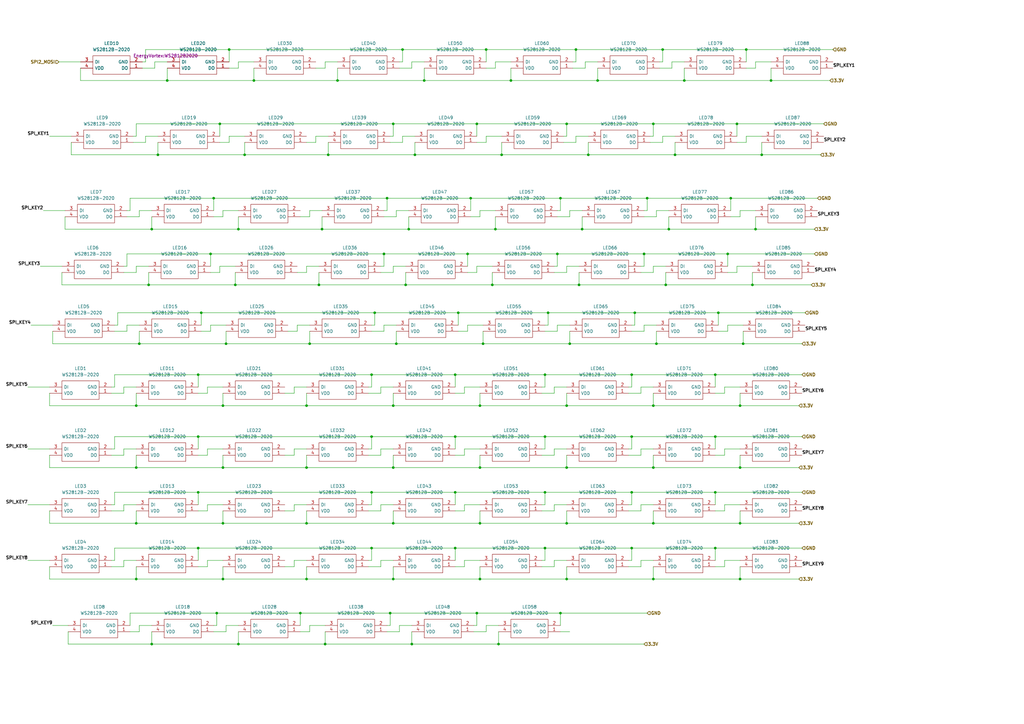
<source format=kicad_sch>
(kicad_sch (version 20211123) (generator eeschema)
  (paper "A3")
  (lib_symbols
    (symbol "EnergyVortex:WS2812B-2020" (pin_names (offset 0.762))
      (property "Reference" "LED" (at 21.59 7.62 0))
      (property "Value" "WS2812B-2020" (at 21.59 5.08 0))
      (symbol "WS2812B-2020_0_0"
        (pin passive line (at 25.4 -2.54 180) (length 5.08) (name "DO") (number "1"))
        (pin passive line (at 25.4 0 180) (length 5.08) (name "GND") (number "2"))
        (pin passive line (at 0 0 0) (length 5.08) (name "DI") (number "3"))
        (pin passive line (at 0 -2.54 0) (length 5.08) (name "VDD") (number "4"))
      )
    )
  )
  (junction (at 309.88 93.98))
  (junction (at 196.85 166.37))
  (junction (at 186.69 153.67))
  (junction (at 55.88 191.77))
  (junction (at 187.96 128.27))
  (junction (at 302.26 50.8))
  (junction (at 81.28 179.07))
  (junction (at 132.08 93.98))
  (junction (at 298.45 104.14))
  (junction (at 68.58 33.02))
  (junction (at 199.39 20.32))
  (junction (at 260.35 128.27))
  (junction (at 166.37 116.84))
  (junction (at 293.37 179.07))
  (junction (at 123.19 251.46))
  (junction (at 125.73 166.37))
  (junction (at 158.75 81.28))
  (junction (at 224.79 128.27))
  (junction (at 186.69 224.79))
  (junction (at 193.04 81.28))
  (junction (at 91.44 237.49))
  (junction (at 196.85 237.49))
  (junction (at 152.4 224.79))
  (junction (at 245.11 33.02))
  (junction (at 161.29 50.8))
  (junction (at 64.77 63.5))
  (junction (at 316.23 33.02))
  (junction (at 125.73 237.49))
  (junction (at 201.93 116.84))
  (junction (at 241.3 63.5))
  (junction (at 62.23 93.98))
  (junction (at 276.86 63.5))
  (junction (at 196.85 214.63))
  (junction (at 223.52 179.07))
  (junction (at 232.41 166.37))
  (junction (at 267.97 237.49))
  (junction (at 92.71 140.97))
  (junction (at 312.42 63.5))
  (junction (at 306.07 20.32))
  (junction (at 264.16 104.14))
  (junction (at 191.77 104.14))
  (junction (at 60.96 116.84))
  (junction (at 91.44 191.77))
  (junction (at 130.81 116.84))
  (junction (at 267.97 191.77))
  (junction (at 209.55 33.02))
  (junction (at 186.69 179.07))
  (junction (at 233.68 140.97))
  (junction (at 96.52 116.84))
  (junction (at 138.43 33.02))
  (junction (at 259.08 201.93))
  (junction (at 273.05 116.84))
  (junction (at 274.32 93.98))
  (junction (at 62.23 264.16))
  (junction (at 87.63 81.28))
  (junction (at 269.24 140.97))
  (junction (at 228.6 104.14))
  (junction (at 55.88 166.37))
  (junction (at 127 140.97))
  (junction (at 229.87 81.28))
  (junction (at 81.28 201.93))
  (junction (at 81.28 224.79))
  (junction (at 223.52 201.93))
  (junction (at 294.64 128.27))
  (junction (at 81.28 153.67))
  (junction (at 259.08 153.67))
  (junction (at 195.58 251.46))
  (junction (at 303.53 214.63))
  (junction (at 91.44 166.37))
  (junction (at 167.64 93.98))
  (junction (at 160.02 251.46))
  (junction (at 205.74 63.5))
  (junction (at 293.37 201.93))
  (junction (at 271.78 20.32))
  (junction (at 186.69 201.93))
  (junction (at 232.41 214.63))
  (junction (at 229.87 251.46))
  (junction (at 232.41 237.49))
  (junction (at 280.67 33.02))
  (junction (at 303.53 191.77))
  (junction (at 90.17 50.8))
  (junction (at 265.43 81.28))
  (junction (at 259.08 224.79))
  (junction (at 97.79 264.16))
  (junction (at 293.37 153.67))
  (junction (at 152.4 201.93))
  (junction (at 203.2 93.98))
  (junction (at 157.48 104.14))
  (junction (at 267.97 214.63))
  (junction (at 223.52 153.67))
  (junction (at 170.18 63.5))
  (junction (at 299.72 81.28))
  (junction (at 232.41 50.8))
  (junction (at 161.29 237.49))
  (junction (at 100.33 63.5))
  (junction (at 125.73 191.77))
  (junction (at 82.55 128.27))
  (junction (at 125.73 214.63))
  (junction (at 165.1 20.32))
  (junction (at 196.85 191.77))
  (junction (at 86.36 104.14))
  (junction (at 232.41 191.77))
  (junction (at 308.61 116.84))
  (junction (at 259.08 179.07))
  (junction (at 162.56 140.97))
  (junction (at 161.29 214.63))
  (junction (at 161.29 191.77))
  (junction (at 267.97 50.8))
  (junction (at 93.98 20.32))
  (junction (at 304.8 140.97))
  (junction (at 97.79 93.98))
  (junction (at 198.12 140.97))
  (junction (at 204.47 264.16))
  (junction (at 153.67 128.27))
  (junction (at 303.53 237.49))
  (junction (at 57.15 140.97))
  (junction (at 152.4 179.07))
  (junction (at 267.97 166.37))
  (junction (at 134.62 63.5))
  (junction (at 55.88 237.49))
  (junction (at 236.22 20.32))
  (junction (at 168.91 264.16))
  (junction (at 55.88 214.63))
  (junction (at 303.53 166.37))
  (junction (at 238.76 93.98))
  (junction (at 88.9 251.46))
  (junction (at 161.29 166.37))
  (junction (at 173.99 33.02))
  (junction (at 104.14 33.02))
  (junction (at 91.44 214.63))
  (junction (at 152.4 153.67))
  (junction (at 237.49 116.84))
  (junction (at 293.37 224.79))
  (junction (at 195.58 50.8))
  (junction (at 223.52 224.79))
  (junction (at 133.35 264.16))
  (wire (pts (xy 92.71 256.54) (xy 97.79 256.54)))
  (wire (pts (xy 152.4 133.35) (xy 153.67 133.35)))
  (wire (pts (xy 232.41 191.77) (xy 267.97 191.77)))
  (wire (pts (xy 316.23 33.02) (xy 316.23 27.94)))
  (wire (pts (xy 27.94 259.08) (xy 27.94 264.16)))
  (wire (pts (xy 293.37 161.29) (xy 297.18 161.29)))
  (wire (pts (xy 186.69 186.69) (xy 190.5 186.69)))
  (wire (pts (xy 233.68 135.89) (xy 233.68 140.97)))
  (wire (pts (xy 25.4 111.76) (xy 25.4 116.84)))
  (wire (pts (xy 227.33 207.01) (xy 227.33 209.55)))
  (wire (pts (xy 257.81 229.87) (xy 259.08 229.87)))
  (wire (pts (xy 168.91 264.16) (xy 204.47 264.16)))
  (wire (pts (xy 297.18 229.87) (xy 303.53 229.87)))
  (wire (pts (xy 269.24 140.97) (xy 304.8 140.97)))
  (wire (pts (xy 223.52 229.87) (xy 223.52 224.79)))
  (wire (pts (xy 16.51 109.22) (xy 25.4 109.22)))
  (wire (pts (xy 303.53 191.77) (xy 303.53 186.69)))
  (wire (pts (xy 228.6 133.35) (xy 228.6 135.89)))
  (wire (pts (xy 303.53 166.37) (xy 327.66 166.37)))
  (wire (pts (xy 298.45 104.14) (xy 334.01 104.14)))
  (wire (pts (xy 232.41 111.76) (xy 227.33 111.76)))
  (wire (pts (xy 294.64 128.27) (xy 330.2 128.27)))
  (wire (pts (xy 232.41 166.37) (xy 267.97 166.37)))
  (wire (pts (xy 50.8 186.69) (xy 50.8 184.15)))
  (wire (pts (xy 199.39 20.32) (xy 236.22 20.32)))
  (wire (pts (xy 245.11 33.02) (xy 280.67 33.02)))
  (wire (pts (xy 195.58 109.22) (xy 201.93 109.22)))
  (wire (pts (xy 309.88 93.98) (xy 334.01 93.98)))
  (wire (pts (xy 24.13 25.4) (xy 33.02 25.4)))
  (wire (pts (xy 196.85 191.77) (xy 232.41 191.77)))
  (wire (pts (xy 312.42 63.5) (xy 312.42 58.42)))
  (wire (pts (xy 302.26 58.42) (xy 306.07 58.42)))
  (wire (pts (xy 204.47 264.16) (xy 264.16 264.16)))
  (wire (pts (xy 46.99 224.79) (xy 81.28 224.79)))
  (wire (pts (xy 309.88 27.94) (xy 309.88 25.4)))
  (wire (pts (xy 293.37 179.07) (xy 328.93 179.07)))
  (wire (pts (xy 204.47 259.08) (xy 204.47 264.16)))
  (wire (pts (xy 161.29 166.37) (xy 196.85 166.37)))
  (wire (pts (xy 54.61 58.42) (xy 59.69 58.42)))
  (wire (pts (xy 160.02 251.46) (xy 195.58 251.46)))
  (wire (pts (xy 100.33 58.42) (xy 100.33 63.5)))
  (wire (pts (xy 153.67 133.35) (xy 153.67 128.27)))
  (wire (pts (xy 201.93 111.76) (xy 201.93 116.84)))
  (wire (pts (xy 209.55 33.02) (xy 245.11 33.02)))
  (wire (pts (xy 64.77 63.5) (xy 100.33 63.5)))
  (wire (pts (xy 241.3 55.88) (xy 236.22 55.88)))
  (wire (pts (xy 170.18 63.5) (xy 205.74 63.5)))
  (wire (pts (xy 54.61 55.88) (xy 55.88 55.88)))
  (wire (pts (xy 232.41 161.29) (xy 232.41 166.37)))
  (wire (pts (xy 87.63 81.28) (xy 158.75 81.28)))
  (wire (pts (xy 127 140.97) (xy 162.56 140.97)))
  (wire (pts (xy 264.16 133.35) (xy 269.24 133.35)))
  (wire (pts (xy 46.99 133.35) (xy 48.26 133.35)))
  (wire (pts (xy 97.79 88.9) (xy 97.79 93.98)))
  (wire (pts (xy 85.09 184.15) (xy 91.44 184.15)))
  (wire (pts (xy 308.61 116.84) (xy 332.74 116.84)))
  (wire (pts (xy 166.37 111.76) (xy 166.37 116.84)))
  (wire (pts (xy 116.84 161.29) (xy 120.65 161.29)))
  (wire (pts (xy 303.53 214.63) (xy 303.53 209.55)))
  (wire (pts (xy 81.28 161.29) (xy 85.09 161.29)))
  (wire (pts (xy 264.16 109.22) (xy 264.16 104.14)))
  (wire (pts (xy 62.23 88.9) (xy 62.23 93.98)))
  (wire (pts (xy 93.98 58.42) (xy 93.98 55.88)))
  (wire (pts (xy 304.8 140.97) (xy 304.8 135.89)))
  (wire (pts (xy 55.88 161.29) (xy 55.88 166.37)))
  (wire (pts (xy 223.52 153.67) (xy 259.08 153.67)))
  (wire (pts (xy 223.52 207.01) (xy 223.52 201.93)))
  (wire (pts (xy 236.22 25.4) (xy 236.22 20.32)))
  (wire (pts (xy 20.32 214.63) (xy 55.88 214.63)))
  (wire (pts (xy 162.56 88.9) (xy 162.56 86.36)))
  (wire (pts (xy 173.99 33.02) (xy 209.55 33.02)))
  (wire (pts (xy 224.79 133.35) (xy 224.79 128.27)))
  (wire (pts (xy 262.89 232.41) (xy 262.89 229.87)))
  (wire (pts (xy 87.63 259.08) (xy 92.71 259.08)))
  (wire (pts (xy 236.22 20.32) (xy 271.78 20.32)))
  (wire (pts (xy 57.15 86.36) (xy 62.23 86.36)))
  (wire (pts (xy 161.29 109.22) (xy 166.37 109.22)))
  (wire (pts (xy 151.13 161.29) (xy 156.21 161.29)))
  (wire (pts (xy 121.92 133.35) (xy 127 133.35)))
  (wire (pts (xy 306.07 55.88) (xy 312.42 55.88)))
  (wire (pts (xy 232.41 186.69) (xy 232.41 191.77)))
  (wire (pts (xy 81.28 224.79) (xy 152.4 224.79)))
  (wire (pts (xy 170.18 58.42) (xy 170.18 63.5)))
  (wire (pts (xy 91.44 209.55) (xy 91.44 214.63)))
  (wire (pts (xy 50.8 207.01) (xy 55.88 207.01)))
  (wire (pts (xy 160.02 55.88) (xy 161.29 55.88)))
  (wire (pts (xy 232.41 237.49) (xy 267.97 237.49)))
  (wire (pts (xy 26.67 88.9) (xy 26.67 93.98)))
  (wire (pts (xy 121.92 111.76) (xy 125.73 111.76)))
  (wire (pts (xy 62.23 259.08) (xy 62.23 264.16)))
  (wire (pts (xy 85.09 186.69) (xy 85.09 184.15)))
  (wire (pts (xy 303.53 88.9) (xy 303.53 86.36)))
  (wire (pts (xy 156.21 229.87) (xy 161.29 229.87)))
  (wire (pts (xy 57.15 256.54) (xy 62.23 256.54)))
  (wire (pts (xy 21.59 135.89) (xy 21.59 140.97)))
  (wire (pts (xy 85.09 232.41) (xy 85.09 229.87)))
  (wire (pts (xy 120.65 161.29) (xy 120.65 158.75)))
  (wire (pts (xy 11.43 229.87) (xy 20.32 229.87)))
  (wire (pts (xy 125.73 209.55) (xy 125.73 214.63)))
  (wire (pts (xy 152.4 229.87) (xy 152.4 224.79)))
  (wire (pts (xy 191.77 104.14) (xy 191.77 109.22)))
  (wire (pts (xy 90.17 109.22) (xy 96.52 109.22)))
  (wire (pts (xy 270.51 25.4) (xy 271.78 25.4)))
  (wire (pts (xy 20.32 166.37) (xy 55.88 166.37)))
  (wire (pts (xy 297.18 184.15) (xy 303.53 184.15)))
  (wire (pts (xy 45.72 207.01) (xy 46.99 207.01)))
  (wire (pts (xy 33.02 33.02) (xy 68.58 33.02)))
  (wire (pts (xy 168.91 27.94) (xy 168.91 25.4)))
  (wire (pts (xy 273.05 111.76) (xy 273.05 116.84)))
  (wire (pts (xy 276.86 63.5) (xy 312.42 63.5)))
  (wire (pts (xy 195.58 58.42) (xy 199.39 58.42)))
  (wire (pts (xy 138.43 33.02) (xy 173.99 33.02)))
  (wire (pts (xy 81.28 209.55) (xy 85.09 209.55)))
  (wire (pts (xy 186.69 201.93) (xy 186.69 207.01)))
  (wire (pts (xy 57.15 259.08) (xy 57.15 256.54)))
  (wire (pts (xy 237.49 116.84) (xy 273.05 116.84)))
  (wire (pts (xy 265.43 81.28) (xy 299.72 81.28)))
  (wire (pts (xy 232.41 232.41) (xy 232.41 237.49)))
  (wire (pts (xy 162.56 140.97) (xy 198.12 140.97)))
  (wire (pts (xy 163.83 27.94) (xy 168.91 27.94)))
  (wire (pts (xy 238.76 88.9) (xy 238.76 93.98)))
  (wire (pts (xy 199.39 27.94) (xy 203.2 27.94)))
  (wire (pts (xy 165.1 58.42) (xy 165.1 55.88)))
  (wire (pts (xy 298.45 133.35) (xy 304.8 133.35)))
  (wire (pts (xy 306.07 20.32) (xy 306.07 25.4)))
  (wire (pts (xy 93.98 55.88) (xy 100.33 55.88)))
  (wire (pts (xy 222.25 229.87) (xy 223.52 229.87)))
  (wire (pts (xy 55.88 55.88) (xy 55.88 50.8)))
  (wire (pts (xy 201.93 116.84) (xy 237.49 116.84)))
  (wire (pts (xy 167.64 88.9) (xy 167.64 93.98)))
  (wire (pts (xy 157.48 135.89) (xy 157.48 133.35)))
  (wire (pts (xy 232.41 158.75) (xy 227.33 158.75)))
  (wire (pts (xy 60.96 111.76) (xy 60.96 116.84)))
  (wire (pts (xy 97.79 25.4) (xy 104.14 25.4)))
  (wire (pts (xy 166.37 116.84) (xy 201.93 116.84)))
  (wire (pts (xy 186.69 179.07) (xy 223.52 179.07)))
  (wire (pts (xy 158.75 86.36) (xy 158.75 81.28)))
  (wire (pts (xy 302.26 109.22) (xy 308.61 109.22)))
  (wire (pts (xy 195.58 50.8) (xy 232.41 50.8)))
  (wire (pts (xy 241.3 58.42) (xy 241.3 63.5)))
  (wire (pts (xy 262.89 161.29) (xy 262.89 158.75)))
  (wire (pts (xy 186.69 179.07) (xy 186.69 184.15)))
  (wire (pts (xy 92.71 259.08) (xy 92.71 256.54)))
  (wire (pts (xy 187.96 135.89) (xy 191.77 135.89)))
  (wire (pts (xy 257.81 161.29) (xy 262.89 161.29)))
  (wire (pts (xy 90.17 50.8) (xy 161.29 50.8)))
  (wire (pts (xy 233.68 88.9) (xy 228.6 88.9)))
  (wire (pts (xy 129.54 58.42) (xy 129.54 55.88)))
  (wire (pts (xy 57.15 88.9) (xy 57.15 86.36)))
  (wire (pts (xy 81.28 179.07) (xy 152.4 179.07)))
  (wire (pts (xy 157.48 109.22) (xy 157.48 104.14)))
  (wire (pts (xy 228.6 109.22) (xy 228.6 104.14)))
  (wire (pts (xy 303.53 166.37) (xy 303.53 161.29)))
  (wire (pts (xy 96.52 111.76) (xy 96.52 116.84)))
  (wire (pts (xy 271.78 20.32) (xy 306.07 20.32)))
  (wire (pts (xy 45.72 161.29) (xy 50.8 161.29)))
  (wire (pts (xy 151.13 209.55) (xy 156.21 209.55)))
  (wire (pts (xy 297.18 186.69) (xy 297.18 184.15)))
  (wire (pts (xy 90.17 111.76) (xy 90.17 109.22)))
  (wire (pts (xy 308.61 116.84) (xy 308.61 111.76)))
  (wire (pts (xy 269.24 86.36) (xy 274.32 86.36)))
  (wire (pts (xy 161.29 161.29) (xy 161.29 166.37)))
  (wire (pts (xy 161.29 232.41) (xy 161.29 237.49)))
  (wire (pts (xy 232.41 184.15) (xy 227.33 184.15)))
  (wire (pts (xy 227.33 186.69) (xy 222.25 186.69)))
  (wire (pts (xy 55.88 186.69) (xy 55.88 191.77)))
  (wire (pts (xy 297.18 207.01) (xy 303.53 207.01)))
  (wire (pts (xy 138.43 27.94) (xy 138.43 33.02)))
  (wire (pts (xy 52.07 109.22) (xy 52.07 104.14)))
  (wire (pts (xy 46.99 179.07) (xy 81.28 179.07)))
  (wire (pts (xy 271.78 55.88) (xy 276.86 55.88)))
  (wire (pts (xy 123.19 259.08) (xy 127 259.08)))
  (wire (pts (xy 229.87 251.46) (xy 265.43 251.46)))
  (wire (pts (xy 257.81 207.01) (xy 259.08 207.01)))
  (wire (pts (xy 151.13 184.15) (xy 152.4 184.15)))
  (wire (pts (xy 153.67 128.27) (xy 187.96 128.27)))
  (wire (pts (xy 45.72 184.15) (xy 46.99 184.15)))
  (wire (pts (xy 232.41 209.55) (xy 232.41 214.63)))
  (wire (pts (xy 20.32 161.29) (xy 20.32 166.37)))
  (wire (pts (xy 193.04 81.28) (xy 193.04 86.36)))
  (wire (pts (xy 167.64 93.98) (xy 203.2 93.98)))
  (wire (pts (xy 120.65 158.75) (xy 125.73 158.75)))
  (wire (pts (xy 194.31 256.54) (xy 195.58 256.54)))
  (wire (pts (xy 20.32 232.41) (xy 20.32 237.49)))
  (wire (pts (xy 191.77 111.76) (xy 195.58 111.76)))
  (wire (pts (xy 222.25 158.75) (xy 223.52 158.75)))
  (wire (pts (xy 223.52 184.15) (xy 223.52 179.07)))
  (wire (pts (xy 227.33 158.75) (xy 227.33 161.29)))
  (wire (pts (xy 222.25 207.01) (xy 223.52 207.01)))
  (wire (pts (xy 91.44 237.49) (xy 125.73 237.49)))
  (wire (pts (xy 86.36 133.35) (xy 92.71 133.35)))
  (wire (pts (xy 21.59 256.54) (xy 27.94 256.54)))
  (wire (pts (xy 120.65 232.41) (xy 120.65 229.87)))
  (wire (pts (xy 267.97 50.8) (xy 302.26 50.8)))
  (wire (pts (xy 195.58 256.54) (xy 195.58 251.46)))
  (wire (pts (xy 123.19 88.9) (xy 127 88.9)))
  (wire (pts (xy 280.67 27.94) (xy 280.67 33.02)))
  (wire (pts (xy 129.54 27.94) (xy 133.35 27.94)))
  (wire (pts (xy 193.04 88.9) (xy 196.85 88.9)))
  (wire (pts (xy 104.14 27.94) (xy 104.14 33.02)))
  (wire (pts (xy 231.14 55.88) (xy 232.41 55.88)))
  (wire (pts (xy 232.41 109.22) (xy 232.41 111.76)))
  (wire (pts (xy 196.85 214.63) (xy 232.41 214.63)))
  (wire (pts (xy 257.81 209.55) (xy 262.89 209.55)))
  (wire (pts (xy 191.77 133.35) (xy 198.12 133.35)))
  (wire (pts (xy 90.17 58.42) (xy 93.98 58.42)))
  (wire (pts (xy 163.83 25.4) (xy 165.1 25.4)))
  (wire (pts (xy 303.53 237.49) (xy 327.66 237.49)))
  (wire (pts (xy 85.09 209.55) (xy 85.09 207.01)))
  (wire (pts (xy 132.08 93.98) (xy 167.64 93.98)))
  (wire (pts (xy 187.96 128.27) (xy 187.96 133.35)))
  (wire (pts (xy 46.99 201.93) (xy 81.28 201.93)))
  (wire (pts (xy 58.42 27.94) (xy 63.5 27.94)))
  (wire (pts (xy 45.72 229.87) (xy 46.99 229.87)))
  (wire (pts (xy 120.65 207.01) (xy 125.73 207.01)))
  (wire (pts (xy 151.13 186.69) (xy 156.21 186.69)))
  (wire (pts (xy 59.69 25.4) (xy 59.69 20.32)))
  (wire (pts (xy 229.87 251.46) (xy 229.87 256.54)))
  (wire (pts (xy 59.69 20.32) (xy 93.98 20.32)))
  (wire (pts (xy 293.37 224.79) (xy 293.37 229.87)))
  (wire (pts (xy 195.58 111.76) (xy 195.58 109.22)))
  (wire (pts (xy 186.69 201.93) (xy 223.52 201.93)))
  (wire (pts (xy 52.07 104.14) (xy 86.36 104.14)))
  (wire (pts (xy 262.89 111.76) (xy 267.97 111.76)))
  (wire (pts (xy 299.72 81.28) (xy 299.72 86.36)))
  (wire (pts (xy 20.32 186.69) (xy 20.32 191.77)))
  (wire (pts (xy 53.34 259.08) (xy 57.15 259.08)))
  (wire (pts (xy 91.44 186.69) (xy 91.44 191.77)))
  (wire (pts (xy 267.97 191.77) (xy 303.53 191.77)))
  (wire (pts (xy 86.36 135.89) (xy 86.36 133.35)))
  (wire (pts (xy 223.52 201.93) (xy 259.08 201.93)))
  (wire (pts (xy 120.65 209.55) (xy 120.65 207.01)))
  (wire (pts (xy 232.41 50.8) (xy 267.97 50.8)))
  (wire (pts (xy 50.8 184.15) (xy 55.88 184.15)))
  (wire (pts (xy 190.5 207.01) (xy 196.85 207.01)))
  (wire (pts (xy 267.97 161.29) (xy 267.97 166.37)))
  (wire (pts (xy 190.5 184.15) (xy 196.85 184.15)))
  (wire (pts (xy 227.33 229.87) (xy 227.33 232.41)))
  (wire (pts (xy 165.1 25.4) (xy 165.1 20.32)))
  (wire (pts (xy 127 86.36) (xy 132.08 86.36)))
  (wire (pts (xy 233.68 133.35) (xy 228.6 133.35)))
  (wire (pts (xy 262.89 209.55) (xy 262.89 207.01)))
  (wire (pts (xy 223.52 179.07) (xy 259.08 179.07)))
  (wire (pts (xy 161.29 214.63) (xy 196.85 214.63)))
  (wire (pts (xy 259.08 153.67) (xy 293.37 153.67)))
  (wire (pts (xy 196.85 186.69) (xy 196.85 191.77)))
  (wire (pts (xy 93.98 20.32) (xy 93.98 25.4)))
  (wire (pts (xy 81.28 153.67) (xy 81.28 158.75)))
  (wire (pts (xy 151.13 158.75) (xy 152.4 158.75)))
  (wire (pts (xy 275.59 27.94) (xy 275.59 25.4)))
  (wire (pts (xy 194.31 259.08) (xy 199.39 259.08)))
  (wire (pts (xy 123.19 251.46) (xy 123.19 256.54)))
  (wire (pts (xy 240.03 27.94) (xy 234.95 27.94)))
  (wire (pts (xy 299.72 88.9) (xy 303.53 88.9)))
  (wire (pts (xy 264.16 86.36) (xy 265.43 86.36)))
  (wire (pts (xy 161.29 209.55) (xy 161.29 214.63)))
  (wire (pts (xy 234.95 25.4) (xy 236.22 25.4)))
  (wire (pts (xy 121.92 135.89) (xy 121.92 133.35)))
  (wire (pts (xy 275.59 25.4) (xy 280.67 25.4)))
  (wire (pts (xy 52.07 135.89) (xy 52.07 133.35)))
  (wire (pts (xy 152.4 224.79) (xy 186.69 224.79)))
  (wire (pts (xy 55.88 50.8) (xy 90.17 50.8)))
  (wire (pts (xy 125.73 58.42) (xy 129.54 58.42)))
  (wire (pts (xy 55.88 166.37) (xy 91.44 166.37)))
  (wire (pts (xy 161.29 186.69) (xy 161.29 191.77)))
  (wire (pts (xy 156.21 111.76) (xy 161.29 111.76)))
  (wire (pts (xy 262.89 229.87) (xy 267.97 229.87)))
  (wire (pts (xy 198.12 135.89) (xy 198.12 140.97)))
  (wire (pts (xy 196.85 88.9) (xy 196.85 86.36)))
  (wire (pts (xy 161.29 111.76) (xy 161.29 109.22)))
  (wire (pts (xy 53.34 251.46) (xy 53.34 256.54)))
  (wire (pts (xy 57.15 140.97) (xy 92.71 140.97)))
  (wire (pts (xy 299.72 81.28) (xy 335.28 81.28)))
  (wire (pts (xy 45.72 186.69) (xy 50.8 186.69)))
  (wire (pts (xy 156.21 158.75) (xy 161.29 158.75)))
  (wire (pts (xy 187.96 128.27) (xy 224.79 128.27)))
  (wire (pts (xy 257.81 232.41) (xy 262.89 232.41)))
  (wire (pts (xy 294.64 135.89) (xy 298.45 135.89)))
  (wire (pts (xy 190.5 158.75) (xy 196.85 158.75)))
  (wire (pts (xy 11.43 158.75) (xy 20.32 158.75)))
  (wire (pts (xy 190.5 232.41) (xy 190.5 229.87)))
  (wire (pts (xy 21.59 140.97) (xy 57.15 140.97)))
  (wire (pts (xy 293.37 153.67) (xy 293.37 158.75)))
  (wire (pts (xy 274.32 93.98) (xy 309.88 93.98)))
  (wire (pts (xy 160.02 256.54) (xy 160.02 251.46)))
  (wire (pts (xy 293.37 179.07) (xy 293.37 184.15)))
  (wire (pts (xy 267.97 214.63) (xy 303.53 214.63)))
  (wire (pts (xy 87.63 256.54) (xy 88.9 256.54)))
  (wire (pts (xy 116.84 232.41) (xy 120.65 232.41)))
  (wire (pts (xy 303.53 214.63) (xy 327.66 214.63)))
  (wire (pts (xy 293.37 224.79) (xy 328.93 224.79)))
  (wire (pts (xy 198.12 140.97) (xy 233.68 140.97)))
  (wire (pts (xy 85.09 229.87) (xy 91.44 229.87)))
  (wire (pts (xy 257.81 186.69) (xy 262.89 186.69)))
  (wire (pts (xy 82.55 128.27) (xy 82.55 133.35)))
  (wire (pts (xy 303.53 237.49) (xy 303.53 232.41)))
  (wire (pts (xy 264.16 104.14) (xy 298.45 104.14)))
  (wire (pts (xy 241.3 63.5) (xy 276.86 63.5)))
  (wire (pts (xy 245.11 27.94) (xy 245.11 33.02)))
  (wire (pts (xy 156.21 232.41) (xy 156.21 229.87)))
  (wire (pts (xy 52.07 133.35) (xy 57.15 133.35)))
  (wire (pts (xy 85.09 161.29) (xy 85.09 158.75)))
  (wire (pts (xy 120.65 229.87) (xy 125.73 229.87)))
  (wire (pts (xy 191.77 104.14) (xy 228.6 104.14)))
  (wire (pts (xy 120.65 184.15) (xy 125.73 184.15)))
  (wire (pts (xy 134.62 58.42) (xy 134.62 63.5)))
  (wire (pts (xy 259.08 224.79) (xy 293.37 224.79)))
  (wire (pts (xy 203.2 88.9) (xy 203.2 93.98)))
  (wire (pts (xy 151.13 229.87) (xy 152.4 229.87)))
  (wire (pts (xy 190.5 209.55) (xy 190.5 207.01)))
  (wire (pts (xy 262.89 184.15) (xy 267.97 184.15)))
  (wire (pts (xy 229.87 81.28) (xy 265.43 81.28)))
  (wire (pts (xy 259.08 207.01) (xy 259.08 201.93)))
  (wire (pts (xy 306.07 27.94) (xy 309.88 27.94)))
  (wire (pts (xy 203.2 25.4) (xy 209.55 25.4)))
  (wire (pts (xy 57.15 135.89) (xy 57.15 140.97)))
  (wire (pts (xy 20.32 191.77) (xy 55.88 191.77)))
  (wire (pts (xy 50.8 232.41) (xy 50.8 229.87)))
  (wire (pts (xy 29.21 63.5) (xy 64.77 63.5)))
  (wire (pts (xy 152.4 179.07) (xy 186.69 179.07)))
  (wire (pts (xy 46.99 135.89) (xy 52.07 135.89)))
  (wire (pts (xy 265.43 86.36) (xy 265.43 81.28)))
  (wire (pts (xy 130.81 116.84) (xy 166.37 116.84)))
  (wire (pts (xy 156.21 186.69) (xy 156.21 184.15)))
  (wire (pts (xy 156.21 184.15) (xy 161.29 184.15)))
  (wire (pts (xy 162.56 135.89) (xy 162.56 140.97)))
  (wire (pts (xy 165.1 20.32) (xy 199.39 20.32)))
  (wire (pts (xy 306.07 58.42) (xy 306.07 55.88)))
  (wire (pts (xy 193.04 81.28) (xy 229.87 81.28)))
  (wire (pts (xy 157.48 133.35) (xy 162.56 133.35)))
  (wire (pts (xy 199.39 256.54) (xy 204.47 256.54)))
  (wire (pts (xy 267.97 111.76) (xy 267.97 109.22)))
  (wire (pts (xy 92.71 140.97) (xy 127 140.97)))
  (wire (pts (xy 267.97 237.49) (xy 303.53 237.49)))
  (wire (pts (xy 50.8 109.22) (xy 52.07 109.22)))
  (wire (pts (xy 125.73 186.69) (xy 125.73 191.77)))
  (wire (pts (xy 195.58 50.8) (xy 195.58 55.88)))
  (wire (pts (xy 276.86 58.42) (xy 276.86 63.5)))
  (wire (pts (xy 152.4 153.67) (xy 186.69 153.67)))
  (wire (pts (xy 293.37 186.69) (xy 297.18 186.69)))
  (wire (pts (xy 81.28 201.93) (xy 81.28 207.01)))
  (wire (pts (xy 224.79 128.27) (xy 260.35 128.27)))
  (wire (pts (xy 116.84 209.55) (xy 120.65 209.55)))
  (wire (pts (xy 267.97 232.41) (xy 267.97 237.49)))
  (wire (pts (xy 50.8 209.55) (xy 50.8 207.01)))
  (wire (pts (xy 46.99 207.01) (xy 46.99 201.93)))
  (wire (pts (xy 269.24 88.9) (xy 269.24 86.36)))
  (wire (pts (xy 238.76 93.98) (xy 274.32 93.98)))
  (wire (pts (xy 127 256.54) (xy 133.35 256.54)))
  (wire (pts (xy 228.6 135.89) (xy 223.52 135.89)))
  (wire (pts (xy 267.97 186.69) (xy 267.97 191.77)))
  (wire (pts (xy 160.02 58.42) (xy 165.1 58.42)))
  (wire (pts (xy 33.02 27.94) (xy 33.02 33.02)))
  (wire (pts (xy 12.7 133.35) (xy 21.59 133.35)))
  (wire (pts (xy 297.18 232.41) (xy 297.18 229.87)))
  (wire (pts (xy 158.75 256.54) (xy 160.02 256.54)))
  (wire (pts (xy 91.44 214.63) (xy 125.73 214.63)))
  (wire (pts (xy 161.29 237.49) (xy 196.85 237.49)))
  (wire (pts (xy 118.11 135.89) (xy 121.92 135.89)))
  (wire (pts (xy 125.73 161.29) (xy 125.73 166.37)))
  (wire (pts (xy 267.97 166.37) (xy 303.53 166.37)))
  (wire (pts (xy 245.11 25.4) (xy 240.03 25.4)))
  (wire (pts (xy 20.32 55.88) (xy 29.21 55.88)))
  (wire (pts (xy 156.21 161.29) (xy 156.21 158.75)))
  (wire (pts (xy 309.88 93.98) (xy 309.88 88.9)))
  (wire (pts (xy 104.14 33.02) (xy 138.43 33.02)))
  (wire (pts (xy 266.7 58.42) (xy 271.78 58.42)))
  (wire (pts (xy 227.33 209.55) (xy 222.25 209.55)))
  (wire (pts (xy 25.4 116.84) (xy 60.96 116.84)))
  (wire (pts (xy 82.55 135.89) (xy 86.36 135.89)))
  (wire (pts (xy 11.43 184.15) (xy 20.32 184.15)))
  (wire (pts (xy 158.75 81.28) (xy 193.04 81.28)))
  (wire (pts (xy 55.88 111.76) (xy 55.88 109.22)))
  (wire (pts (xy 132.08 88.9) (xy 132.08 93.98)))
  (wire (pts (xy 88.9 251.46) (xy 123.19 251.46)))
  (wire (pts (xy 81.28 153.67) (xy 152.4 153.67)))
  (wire (pts (xy 186.69 209.55) (xy 190.5 209.55)))
  (wire (pts (xy 257.81 158.75) (xy 259.08 158.75)))
  (wire (pts (xy 186.69 224.79) (xy 186.69 229.87)))
  (wire (pts (xy 199.39 58.42) (xy 199.39 55.88)))
  (wire (pts (xy 88.9 256.54) (xy 88.9 251.46)))
  (wire (pts (xy 50.8 158.75) (xy 55.88 158.75)))
  (wire (pts (xy 46.99 229.87) (xy 46.99 224.79)))
  (wire (pts (xy 86.36 104.14) (xy 86.36 109.22)))
  (wire (pts (xy 259.08 229.87) (xy 259.08 224.79)))
  (wire (pts (xy 223.52 133.35) (xy 224.79 133.35)))
  (wire (pts (xy 262.89 158.75) (xy 267.97 158.75)))
  (wire (pts (xy 236.22 55.88) (xy 236.22 58.42)))
  (wire (pts (xy 20.32 209.55) (xy 20.32 214.63)))
  (wire (pts (xy 26.67 93.98) (xy 62.23 93.98)))
  (wire (pts (xy 46.99 153.67) (xy 81.28 153.67)))
  (wire (pts (xy 280.67 33.02) (xy 316.23 33.02)))
  (wire (pts (xy 161.29 50.8) (xy 195.58 50.8)))
  (wire (pts (xy 223.52 224.79) (xy 259.08 224.79)))
  (wire (pts (xy 297.18 209.55) (xy 297.18 207.01)))
  (wire (pts (xy 48.26 128.27) (xy 82.55 128.27)))
  (wire (pts (xy 27.94 264.16) (xy 62.23 264.16)))
  (wire (pts (xy 133.35 27.94) (xy 133.35 25.4)))
  (wire (pts (xy 303.53 191.77) (xy 327.66 191.77)))
  (wire (pts (xy 293.37 153.67) (xy 328.93 153.67)))
  (wire (pts (xy 199.39 20.32) (xy 199.39 25.4)))
  (wire (pts (xy 125.73 109.22) (xy 130.81 109.22)))
  (wire (pts (xy 85.09 158.75) (xy 91.44 158.75)))
  (wire (pts (xy 97.79 93.98) (xy 132.08 93.98)))
  (wire (pts (xy 186.69 153.67) (xy 186.69 158.75)))
  (wire (pts (xy 260.35 128.27) (xy 294.64 128.27)))
  (wire (pts (xy 127 135.89) (xy 127 140.97)))
  (wire (pts (xy 190.5 161.29) (xy 190.5 158.75)))
  (wire (pts (xy 298.45 104.14) (xy 298.45 109.22)))
  (wire (pts (xy 55.88 191.77) (xy 91.44 191.77)))
  (wire (pts (xy 228.6 86.36) (xy 229.87 86.36)))
  (wire (pts (xy 81.28 232.41) (xy 85.09 232.41)))
  (wire (pts (xy 267.97 109.22) (xy 273.05 109.22)))
  (wire (pts (xy 257.81 184.15) (xy 259.08 184.15)))
  (wire (pts (xy 168.91 256.54) (xy 163.83 256.54)))
  (wire (pts (xy 259.08 179.07) (xy 293.37 179.07)))
  (wire (pts (xy 91.44 232.41) (xy 91.44 237.49)))
  (wire (pts (xy 309.88 25.4) (xy 316.23 25.4)))
  (wire (pts (xy 222.25 184.15) (xy 223.52 184.15)))
  (wire (pts (xy 152.4 135.89) (xy 157.48 135.89)))
  (wire (pts (xy 100.33 63.5) (xy 134.62 63.5)))
  (wire (pts (xy 190.5 229.87) (xy 196.85 229.87)))
  (wire (pts (xy 125.73 232.41) (xy 125.73 237.49)))
  (wire (pts (xy 196.85 209.55) (xy 196.85 214.63)))
  (wire (pts (xy 209.55 27.94) (xy 209.55 33.02)))
  (wire (pts (xy 59.69 55.88) (xy 64.77 55.88)))
  (wire (pts (xy 58.42 25.4) (xy 59.69 25.4)))
  (wire (pts (xy 50.8 161.29) (xy 50.8 158.75)))
  (wire (pts (xy 29.21 58.42) (xy 29.21 63.5)))
  (wire (pts (xy 53.34 81.28) (xy 87.63 81.28)))
  (wire (pts (xy 293.37 232.41) (xy 297.18 232.41)))
  (wire (pts (xy 293.37 201.93) (xy 293.37 207.01)))
  (wire (pts (xy 223.52 158.75) (xy 223.52 153.67)))
  (wire (pts (xy 91.44 166.37) (xy 125.73 166.37)))
  (wire (pts (xy 97.79 264.16) (xy 133.35 264.16)))
  (wire (pts (xy 298.45 135.89) (xy 298.45 133.35)))
  (wire (pts (xy 238.76 86.36) (xy 233.68 86.36)))
  (wire (pts (xy 125.73 111.76) (xy 125.73 109.22)))
  (wire (pts (xy 168.91 259.08) (xy 168.91 264.16)))
  (wire (pts (xy 161.29 191.77) (xy 196.85 191.77)))
  (wire (pts (xy 196.85 166.37) (xy 232.41 166.37)))
  (wire (pts (xy 120.65 186.69) (xy 120.65 184.15)))
  (wire (pts (xy 96.52 116.84) (xy 130.81 116.84)))
  (wire (pts (xy 133.35 264.16) (xy 168.91 264.16)))
  (wire (pts (xy 45.72 232.41) (xy 50.8 232.41)))
  (wire (pts (xy 186.69 224.79) (xy 223.52 224.79)))
  (wire (pts (xy 63.5 27.94) (xy 63.5 25.4)))
  (wire (pts (xy 162.56 86.36) (xy 167.64 86.36)))
  (wire (pts (xy 233.68 140.97) (xy 269.24 140.97)))
  (wire (pts (xy 186.69 232.41) (xy 190.5 232.41)))
  (wire (pts (xy 152.4 201.93) (xy 186.69 201.93)))
  (wire (pts (xy 129.54 55.88) (xy 134.62 55.88)))
  (wire (pts (xy 86.36 104.14) (xy 157.48 104.14)))
  (wire (pts (xy 267.97 55.88) (xy 267.97 50.8)))
  (wire (pts (xy 152.4 207.01) (xy 152.4 201.93)))
  (wire (pts (xy 55.88 109.22) (xy 60.96 109.22)))
  (wire (pts (xy 133.35 25.4) (xy 138.43 25.4)))
  (wire (pts (xy 232.41 55.88) (xy 232.41 50.8)))
  (wire (pts (xy 87.63 88.9) (xy 91.44 88.9)))
  (wire (pts (xy 97.79 27.94) (xy 97.79 25.4)))
  (wire (pts (xy 303.53 86.36) (xy 309.88 86.36)))
  (wire (pts (xy 91.44 191.77) (xy 125.73 191.77)))
  (wire (pts (xy 316.23 33.02) (xy 340.36 33.02)))
  (wire (pts (xy 297.18 161.29) (xy 297.18 158.75)))
  (wire (pts (xy 48.26 133.35) (xy 48.26 128.27)))
  (wire (pts (xy 304.8 140.97) (xy 328.93 140.97)))
  (wire (pts (xy 191.77 135.89) (xy 191.77 133.35)))
  (wire (pts (xy 60.96 116.84) (xy 96.52 116.84)))
  (wire (pts (xy 264.16 135.89) (xy 264.16 133.35)))
  (wire (pts (xy 306.07 20.32) (xy 341.63 20.32)))
  (wire (pts (xy 134.62 63.5) (xy 170.18 63.5)))
  (wire (pts (xy 156.21 109.22) (xy 157.48 109.22)))
  (wire (pts (xy 55.88 214.63) (xy 91.44 214.63)))
  (wire (pts (xy 59.69 58.42) (xy 59.69 55.88)))
  (wire (pts (xy 125.73 214.63) (xy 161.29 214.63)))
  (wire (pts (xy 264.16 88.9) (xy 269.24 88.9)))
  (wire (pts (xy 266.7 55.88) (xy 267.97 55.88)))
  (wire (pts (xy 227.33 232.41) (xy 222.25 232.41)))
  (wire (pts (xy 236.22 58.42) (xy 231.14 58.42)))
  (wire (pts (xy 161.29 55.88) (xy 161.29 50.8)))
  (wire (pts (xy 233.68 86.36) (xy 233.68 88.9)))
  (wire (pts (xy 262.89 186.69) (xy 262.89 184.15)))
  (wire (pts (xy 269.24 135.89) (xy 269.24 140.97)))
  (wire (pts (xy 227.33 161.29) (xy 222.25 161.29)))
  (wire (pts (xy 81.28 224.79) (xy 81.28 229.87)))
  (wire (pts (xy 68.58 27.94) (xy 68.58 33.02)))
  (wire (pts (xy 91.44 88.9) (xy 91.44 86.36)))
  (wire (pts (xy 53.34 86.36) (xy 53.34 81.28)))
  (wire (pts (xy 97.79 259.08) (xy 97.79 264.16)))
  (wire (pts (xy 260.35 133.35) (xy 260.35 128.27)))
  (wire (pts (xy 82.55 128.27) (xy 153.67 128.27)))
  (wire (pts (xy 297.18 158.75) (xy 303.53 158.75)))
  (wire (pts (xy 262.89 109.22) (xy 264.16 109.22)))
  (wire (pts (xy 45.72 209.55) (xy 50.8 209.55)))
  (wire (pts (xy 46.99 158.75) (xy 46.99 153.67)))
  (wire (pts (xy 133.35 259.08) (xy 133.35 264.16)))
  (wire (pts (xy 123.19 251.46) (xy 160.02 251.46)))
  (wire (pts (xy 196.85 237.49) (xy 232.41 237.49)))
  (wire (pts (xy 232.41 229.87) (xy 227.33 229.87)))
  (wire (pts (xy 168.91 25.4) (xy 173.99 25.4)))
  (wire (pts (xy 232.41 214.63) (xy 267.97 214.63)))
  (wire (pts (xy 157.48 88.9) (xy 162.56 88.9)))
  (wire (pts (xy 229.87 86.36) (xy 229.87 81.28)))
  (wire (pts (xy 85.09 207.01) (xy 91.44 207.01)))
  (wire (pts (xy 259.08 158.75) (xy 259.08 153.67)))
  (wire (pts (xy 68.58 33.02) (xy 104.14 33.02)))
  (wire (pts (xy 64.77 58.42) (xy 64.77 63.5)))
  (wire (pts (xy 152.4 184.15) (xy 152.4 179.07)))
  (wire (pts (xy 195.58 251.46) (xy 229.87 251.46)))
  (wire (pts (xy 55.88 232.41) (xy 55.88 237.49)))
  (wire (pts (xy 163.83 259.08) (xy 158.75 259.08)))
  (wire (pts (xy 293.37 201.93) (xy 328.93 201.93)))
  (wire (pts (xy 91.44 86.36) (xy 97.79 86.36)))
  (wire (pts (xy 130.81 111.76) (xy 130.81 116.84)))
  (wire (pts (xy 91.44 161.29) (xy 91.44 166.37)))
  (wire (pts (xy 190.5 186.69) (xy 190.5 184.15)))
  (wire (pts (xy 127 259.08) (xy 127 256.54)))
  (wire (pts (xy 17.78 86.36) (xy 26.67 86.36)))
  (wire (pts (xy 163.83 256.54) (xy 163.83 259.08)))
  (wire (pts (xy 50.8 229.87) (xy 55.88 229.87)))
  (wire (pts (xy 196.85 161.29) (xy 196.85 166.37)))
  (wire (pts (xy 302.26 50.8) (xy 302.26 55.88)))
  (wire (pts (xy 274.32 88.9) (xy 274.32 93.98)))
  (wire (pts (xy 152.4 158.75) (xy 152.4 153.67)))
  (wire (pts (xy 46.99 184.15) (xy 46.99 179.07)))
  (wire (pts (xy 205.74 58.42) (xy 205.74 63.5)))
  (wire (pts (xy 63.5 25.4) (xy 68.58 25.4)))
  (wire (pts (xy 55.88 237.49) (xy 91.44 237.49)))
  (wire (pts (xy 203.2 27.94) (xy 203.2 25.4)))
  (wire (pts (xy 293.37 209.55) (xy 297.18 209.55)))
  (wire (pts (xy 151.13 207.01) (xy 152.4 207.01)))
  (wire (pts (xy 93.98 20.32) (xy 165.1 20.32)))
  (wire (pts (xy 62.23 93.98) (xy 97.79 93.98)))
  (wire (pts (xy 196.85 232.41) (xy 196.85 237.49)))
  (wire (pts (xy 11.43 207.01) (xy 20.32 207.01)))
  (wire (pts (xy 205.74 63.5) (xy 241.3 63.5)))
  (wire (pts (xy 196.85 86.36) (xy 203.2 86.36)))
  (wire (pts (xy 273.05 116.84) (xy 308.61 116.84)))
  (wire (pts (xy 90.17 50.8) (xy 90.17 55.88)))
  (wire (pts (xy 157.48 104.14) (xy 191.77 104.14)))
  (wire (pts (xy 312.42 63.5) (xy 336.55 63.5)))
  (wire (pts (xy 271.78 25.4) (xy 271.78 20.32)))
  (wire (pts (xy 259.08 184.15) (xy 259.08 179.07)))
  (wire (pts (xy 227.33 109.22) (xy 228.6 109.22)))
  (wire (pts (xy 262.89 207.01) (xy 267.97 207.01)))
  (wire (pts (xy 81.28 186.69) (xy 85.09 186.69)))
  (wire (pts (xy 45.72 158.75) (xy 46.99 158.75)))
  (wire (pts (xy 125.73 166.37) (xy 161.29 166.37)))
  (wire (pts (xy 127 88.9) (xy 127 86.36)))
  (wire (pts (xy 62.23 264.16) (xy 97.79 264.16)))
  (wire (pts (xy 52.07 88.9) (xy 57.15 88.9)))
  (wire (pts (xy 259.08 133.35) (xy 260.35 133.35)))
  (wire (pts (xy 294.64 128.27) (xy 294.64 133.35)))
  (wire (pts (xy 199.39 259.08) (xy 199.39 256.54)))
  (wire (pts (xy 232.41 207.01) (xy 227.33 207.01)))
  (wire (pts (xy 302.26 111.76) (xy 302.26 109.22)))
  (wire (pts (xy 157.48 86.36) (xy 158.75 86.36)))
  (wire (pts (xy 53.34 251.46) (xy 88.9 251.46)))
  (wire (pts (xy 81.28 201.93) (xy 152.4 201.93)))
  (wire (pts (xy 199.39 55.88) (xy 205.74 55.88)))
  (wire (pts (xy 267.97 209.55) (xy 267.97 214.63)))
  (wire (pts (xy 156.21 207.01) (xy 161.29 207.01)))
  (wire (pts (xy 20.32 237.49) (xy 55.88 237.49)))
  (wire (pts (xy 237.49 111.76) (xy 237.49 116.84)))
  (wire (pts (xy 240.03 25.4) (xy 240.03 27.94)))
  (wire (pts (xy 151.13 232.41) (xy 156.21 232.41)))
  (wire (pts (xy 81.28 179.07) (xy 81.28 184.15)))
  (wire (pts (xy 259.08 135.89) (xy 264.16 135.89)))
  (wire (pts (xy 156.21 209.55) (xy 156.21 207.01)))
  (wire (pts (xy 228.6 104.14) (xy 264.16 104.14)))
  (wire (pts (xy 125.73 237.49) (xy 161.29 237.49)))
  (wire (pts (xy 186.69 161.29) (xy 190.5 161.29)))
  (wire (pts (xy 203.2 93.98) (xy 238.76 93.98)))
  (wire (pts (xy 86.36 111.76) (xy 90.17 111.76)))
  (wire (pts (xy 173.99 27.94) (xy 173.99 33.02)))
  (wire (pts (xy 165.1 55.88) (xy 170.18 55.88)))
  (wire (pts (xy 125.73 191.77) (xy 161.29 191.77)))
  (wire (pts (xy 92.71 135.89) (xy 92.71 140.97)))
  (wire (pts (xy 50.8 111.76) (xy 55.88 111.76)))
  (wire (pts (xy 270.51 27.94) (xy 275.59 27.94)))
  (wire (pts (xy 87.63 81.28) (xy 87.63 86.36)))
  (wire (pts (xy 55.88 209.55) (xy 55.88 214.63)))
  (wire (pts (xy 116.84 186.69) (xy 120.65 186.69)))
  (wire (pts (xy 229.87 259.08) (xy 233.68 259.08)))
  (wire (pts (xy 259.08 201.93) (xy 293.37 201.93)))
  (wire (pts (xy 237.49 109.22) (xy 232.41 109.22)))
  (wire (pts (xy 271.78 58.42) (xy 271.78 55.88)))
  (wire (pts (xy 93.98 27.94) (xy 97.79 27.94)))
  (wire (pts (xy 227.33 184.15) (xy 227.33 186.69)))
  (wire (pts (xy 186.69 153.67) (xy 223.52 153.67)))
  (wire (pts (xy 302.26 50.8) (xy 337.82 50.8)))
  (wire (pts (xy 298.45 111.76) (xy 302.26 111.76)))
  (wire (pts (xy 52.07 86.36) (xy 53.34 86.36)))
  (label "SPI_KEY3" (at 16.51 109.22 180) (effects (font (thickness 0.254) bold)))
  (label "SPI_KEY7" (at 11.43 207.01 180) (effects (font (thickness 0.254) bold)))
  (label "SPI_KEY4" (at 334.01 111.76 0) (effects (font (thickness 0.254) bold)))
  (label "SPI_KEY8" (at 11.43 229.87 180) (effects (font (thickness 0.254) bold)))
  (label "SPI_KEY9" (at 328.93 232.41 0) (effects (font (thickness 0.254) bold)))
  (label "SPI_KEY7" (at 328.93 186.69 0) (effects (font (thickness 0.254) bold)))
  (label "SPI_KEY1" (at 341.63 27.94 0) (effects (font (thickness 0.254) bold)))
  (label "SPI_KEY2" (at 337.82 58.42 0) (effects (font (thickness 0.254) bold)))
  (label "SPI_KEY4" (at 12.7 133.35 180) (effects (font (thickness 0.254) bold)))
  (label "SPI_KEY6" (at 328.93 161.29 0) (effects (font (thickness 0.254) bold)))
  (label "SPI_KEY3" (at 335.28 88.9 0) (effects (font (thickness 0.254) bold)))
  (label "SPI_KEY9" (at 21.59 256.54 180) (effects (font (thickness 0.254) bold)))
  (label "SPI_KEY6" (at 11.43 184.15 180) (effects (font (thickness 0.254) bold)))
  (label "SPI_KEY8" (at 328.93 209.55 0) (effects (font (thickness 0.254) bold)))
  (label "SPI_KEY5" (at 330.2 135.89 0) (effects (font (thickness 0.254) bold)))
  (label "SPI_KEY1" (at 20.32 55.88 180) (effects (font (thickness 0.254) bold)))
  (label "SPI_KEY5" (at 11.43 158.75 180) (effects (font (thickness 0.254) bold)))
  (label "SPI_KEY2" (at 17.78 86.36 180) (effects (font (thickness 0.254) bold)))
  (hierarchical_label "3.3V" (shape input) (at 327.66 214.63 0) (effects (font (thickness 0.254) bold)))
  (hierarchical_label "3.3V" (shape input) (at 332.74 116.84 0) (effects (font (thickness 0.254) bold)))
  (hierarchical_label "GND" (shape input) (at 341.63 20.32 0) (effects (font (thickness 0.254) bold)))
  (hierarchical_label "SPI2_MOSI" (shape input) (at 24.13 25.4 180) (effects (font (thickness 0.254) bold)))
  (hierarchical_label "3.3V" (shape input) (at 327.66 166.37 0) (effects (font (thickness 0.254) bold)))
  (hierarchical_label "GND" (shape input) (at 328.93 224.79 0) (effects (font (thickness 0.254) bold)))
  (hierarchical_label "3.3V" (shape input) (at 334.01 93.98 0) (effects (font (thickness 0.254) bold)))
  (hierarchical_label "GND" (shape input) (at 330.2 128.27 0) (effects (font (thickness 0.254) bold)))
  (hierarchical_label "GND" (shape input) (at 328.93 201.93 0) (effects (font (thickness 0.254) bold)))
  (hierarchical_label "GND" (shape input) (at 335.28 81.28 0) (effects (font (thickness 0.254) bold)))
  (hierarchical_label "3.3V" (shape input) (at 336.55 63.5 0) (effects (font (thickness 0.254) bold)))
  (hierarchical_label "3.3V" (shape input) (at 340.36 33.02 0) (effects (font (thickness 0.254) bold)))
  (hierarchical_label "3.3V" (shape input) (at 327.66 237.49 0) (effects (font (thickness 0.254) bold)))
  (hierarchical_label "3.3V" (shape input) (at 264.16 264.16 0) (effects (font (thickness 0.254) bold)))
  (hierarchical_label "GND" (shape input) (at 334.01 104.14 0) (effects (font (thickness 0.254) bold)))
  (hierarchical_label "3.3V" (shape input) (at 327.66 191.77 0) (effects (font (thickness 0.254) bold)))
  (hierarchical_label "GND" (shape input) (at 265.43 251.46 0) (effects (font (thickness 0.254) bold)))
  (hierarchical_label "GND" (shape input) (at 328.93 153.67 0) (effects (font (thickness 0.254) bold)))
  (hierarchical_label "GND" (shape input) (at 328.93 179.07 0) (effects (font (thickness 0.254) bold)))
  (hierarchical_label "GND" (shape input) (at 337.82 50.8 0) (effects (font (thickness 0.254) bold)))
  (hierarchical_label "3.3V" (shape input) (at 328.93 140.97 0) (effects (font (thickness 0.254) bold)))
  (symbol (lib_id "EnergyVortex:WS2812B-2020") (at 20.32 158.75 0) (unit 1)
    (property "Reference" "LED1" (at 33.02 151.13 0))
    (property "Value" "WS2812B-2020" (at 33.02 153.67 0))
    (property "Footprint" "EnergyVortex:WS2812B2020" (effects hide))
    (property "Datasheet" "https://www.alldatasheet.com/datasheet-pdf/pdf/1134522/WORLDSEMI/WS2812B-2020.html" (effects hide))
    (property "Description" "LED; SMD; 2020; RGB; 2x2x0.84mm; 3.75.3V; Lens: transparent; 2kHz" (effects hide))
    (property "Height" "0.84" (effects hide))
    (property "Manufacturer_Name" "Worldsemi" (effects hide))
    (property "Manufacturer_Part_Number" "WS2812B-2020" (effects hide))
  )
  (symbol (lib_id "EnergyVortex:WS2812B-2020") (at 233.68 133.35 0) (unit 1)
    (property "Reference" "LED65" (at 246.38 125.73 0))
    (property "Value" "WS2812B-2020" (at 246.38 128.27 0))
    (property "Footprint" "EnergyVortex:WS2812B2020" (effects hide))
    (property "Datasheet" "https://www.alldatasheet.com/datasheet-pdf/pdf/1134522/WORLDSEMI/WS2812B-2020.html" (effects hide))
    (property "Description" "LED; SMD; 2020; RGB; 2x2x0.84mm; 3.75.3V; Lens: transparent; 2kHz" (effects hide))
    (property "Height" "0.84" (effects hide))
    (property "Manufacturer_Name" "Worldsemi" (effects hide))
    (property "Manufacturer_Part_Number" "WS2812B-2020" (effects hide))
  )
  (symbol (lib_id "EnergyVortex:WS2812B-2020") (at 238.76 86.36 0) (unit 1)
    (property "Reference" "LED67" (at 251.46 78.74 0))
    (property "Value" "WS2812B-2020" (at 251.46 81.28 0))
    (property "Footprint" "EnergyVortex:WS2812B2020" (effects hide))
    (property "Datasheet" "https://www.alldatasheet.com/datasheet-pdf/pdf/1134522/WORLDSEMI/WS2812B-2020.html" (effects hide))
    (property "Description" "LED; SMD; 2020; RGB; 2x2x0.84mm; 3.75.3V; Lens: transparent; 2kHz" (effects hide))
    (property "Height" "0.84" (effects hide))
    (property "Manufacturer_Name" "Worldsemi" (effects hide))
    (property "Manufacturer_Part_Number" "WS2812B-2020" (effects hide))
  )
  (symbol (lib_id "EnergyVortex:WS2812B-2020") (at 25.4 109.22 0) (unit 1)
    (property "Reference" "LED6" (at 38.1 101.6 0))
    (property "Value" "WS2812B-2020" (at 38.1 104.14 0))
    (property "Footprint" "EnergyVortex:WS2812B2020" (effects hide))
    (property "Datasheet" "https://www.alldatasheet.com/datasheet-pdf/pdf/1134522/WORLDSEMI/WS2812B-2020.html" (effects hide))
    (property "Description" "LED; SMD; 2020; RGB; 2x2x0.84mm; 3.75.3V; Lens: transparent; 2kHz" (effects hide))
    (property "Height" "0.84" (effects hide))
    (property "Manufacturer_Name" "Worldsemi" (effects hide))
    (property "Manufacturer_Part_Number" "WS2812B-2020" (effects hide))
  )
  (symbol (lib_id "EnergyVortex:WS2812B-2020") (at 198.12 133.35 0) (unit 1)
    (property "Reference" "LED55" (at 210.82 125.73 0))
    (property "Value" "WS2812B-2020" (at 210.82 128.27 0))
    (property "Footprint" "EnergyVortex:WS2812B2020" (effects hide))
    (property "Datasheet" "https://www.alldatasheet.com/datasheet-pdf/pdf/1134522/WORLDSEMI/WS2812B-2020.html" (effects hide))
    (property "Description" "LED; SMD; 2020; RGB; 2x2x0.84mm; 3.75.3V; Lens: transparent; 2kHz" (effects hide))
    (property "Height" "0.84" (effects hide))
    (property "Manufacturer_Name" "Worldsemi" (effects hide))
    (property "Manufacturer_Part_Number" "WS2812B-2020" (effects hide))
  )
  (symbol (lib_id "EnergyVortex:WS2812B-2020") (at 133.35 256.54 0) (unit 1)
    (property "Reference" "LED38" (at 146.05 248.92 0))
    (property "Value" "WS2812B-2020" (at 146.05 251.46 0))
    (property "Footprint" "EnergyVortex:WS2812B2020" (effects hide))
    (property "Datasheet" "https://www.alldatasheet.com/datasheet-pdf/pdf/1134522/WORLDSEMI/WS2812B-2020.html" (effects hide))
    (property "Description" "LED; SMD; 2020; RGB; 2x2x0.84mm; 3.75.3V; Lens: transparent; 2kHz" (effects hide))
    (property "Height" "0.84" (effects hide))
    (property "Manufacturer_Name" "Worldsemi" (effects hide))
    (property "Manufacturer_Part_Number" "WS2812B-2020" (effects hide))
  )
  (symbol (lib_id "EnergyVortex:WS2812B-2020") (at 91.44 158.75 0) (unit 1)
    (property "Reference" "LED21" (at 104.14 151.13 0))
    (property "Value" "WS2812B-2020" (at 104.14 153.67 0))
    (property "Footprint" "EnergyVortex:WS2812B2020" (effects hide))
    (property "Datasheet" "https://www.alldatasheet.com/datasheet-pdf/pdf/1134522/WORLDSEMI/WS2812B-2020.html" (effects hide))
    (property "Description" "LED; SMD; 2020; RGB; 2x2x0.84mm; 3.75.3V; Lens: transparent; 2kHz" (effects hide))
    (property "Height" "0.84" (effects hide))
    (property "Manufacturer_Name" "Worldsemi" (effects hide))
    (property "Manufacturer_Part_Number" "WS2812B-2020" (effects hide))
  )
  (symbol (lib_id "EnergyVortex:WS2812B-2020") (at 204.47 256.54 0) (unit 1)
    (property "Reference" "LED58" (at 217.17 248.92 0))
    (property "Value" "WS2812B-2020" (at 217.17 251.46 0))
    (property "Footprint" "EnergyVortex:WS2812B2020" (effects hide))
    (property "Datasheet" "https://www.alldatasheet.com/datasheet-pdf/pdf/1134522/WORLDSEMI/WS2812B-2020.html" (effects hide))
    (property "Description" "LED; SMD; 2020; RGB; 2x2x0.84mm; 3.75.3V; Lens: transparent; 2kHz" (effects hide))
    (property "Height" "0.84" (effects hide))
    (property "Manufacturer_Name" "Worldsemi" (effects hide))
    (property "Manufacturer_Part_Number" "WS2812B-2020" (effects hide))
  )
  (symbol (lib_id "EnergyVortex:WS2812B-2020") (at 33.02 25.4 0) (unit 1)
    (property "Reference" "LED10" (at 45.72 17.78 0))
    (property "Value" "WS2812B-2020" (at 45.72 20.32 0))
    (property "Footprint" "EnergyVortex:WS2812B2020" (at 54.61 22.86 0) (effects (justify left)))
    (property "Datasheet" "https://www.alldatasheet.com/datasheet-pdf/pdf/1134522/WORLDSEMI/WS2812B-2020.html" (effects hide))
    (property "Description" "LED; SMD; 2020; RGB; 2x2x0.84mm; 3.75.3V; Lens: transparent; 2kHz" (effects hide))
    (property "Height" "0.84" (effects hide))
    (property "Manufacturer_Name" "Worldsemi" (effects hide))
    (property "Manufacturer_Part_Number" "WS2812B-2020" (effects hide))
  )
  (symbol (lib_id "EnergyVortex:WS2812B-2020") (at 303.53 207.01 0) (unit 1)
    (property "Reference" "LED82" (at 316.23 199.39 0))
    (property "Value" "WS2812B-2020" (at 316.23 201.93 0))
    (property "Footprint" "EnergyVortex:WS2812B2020" (effects hide))
    (property "Datasheet" "https://www.alldatasheet.com/datasheet-pdf/pdf/1134522/WORLDSEMI/WS2812B-2020.html" (effects hide))
    (property "Description" "LED; SMD; 2020; RGB; 2x2x0.84mm; 3.75.3V; Lens: transparent; 2kHz" (effects hide))
    (property "Height" "0.84" (effects hide))
    (property "Manufacturer_Name" "Worldsemi" (effects hide))
    (property "Manufacturer_Part_Number" "WS2812B-2020" (effects hide))
  )
  (symbol (lib_id "EnergyVortex:WS2812B-2020") (at 170.18 55.88 0) (unit 1)
    (property "Reference" "LED49" (at 182.88 48.26 0))
    (property "Value" "WS2812B-2020" (at 182.88 50.8 0))
    (property "Footprint" "EnergyVortex:WS2812B2020" (effects hide))
    (property "Datasheet" "https://www.alldatasheet.com/datasheet-pdf/pdf/1134522/WORLDSEMI/WS2812B-2020.html" (effects hide))
    (property "Description" "LED; SMD; 2020; RGB; 2x2x0.84mm; 3.75.3V; Lens: transparent; 2kHz" (effects hide))
    (property "Height" "0.84" (effects hide))
    (property "Manufacturer_Name" "Worldsemi" (effects hide))
    (property "Manufacturer_Part_Number" "WS2812B-2020" (effects hide))
  )
  (symbol (lib_id "EnergyVortex:WS2812B-2020") (at 161.29 207.01 0) (unit 1)
    (property "Reference" "LED43" (at 173.99 199.39 0))
    (property "Value" "WS2812B-2020" (at 173.99 201.93 0))
    (property "Footprint" "EnergyVortex:WS2812B2020" (effects hide))
    (property "Datasheet" "https://www.alldatasheet.com/datasheet-pdf/pdf/1134522/WORLDSEMI/WS2812B-2020.html" (effects hide))
    (property "Description" "LED; SMD; 2020; RGB; 2x2x0.84mm; 3.75.3V; Lens: transparent; 2kHz" (effects hide))
    (property "Height" "0.84" (effects hide))
    (property "Manufacturer_Name" "Worldsemi" (effects hide))
    (property "Manufacturer_Part_Number" "WS2812B-2020" (effects hide))
  )
  (symbol (lib_id "EnergyVortex:WS2812B-2020") (at 196.85 229.87 0) (unit 1)
    (property "Reference" "LED54" (at 209.55 222.25 0))
    (property "Value" "WS2812B-2020" (at 209.55 224.79 0))
    (property "Footprint" "EnergyVortex:WS2812B2020" (effects hide))
    (property "Datasheet" "https://www.alldatasheet.com/datasheet-pdf/pdf/1134522/WORLDSEMI/WS2812B-2020.html" (effects hide))
    (property "Description" "LED; SMD; 2020; RGB; 2x2x0.84mm; 3.75.3V; Lens: transparent; 2kHz" (effects hide))
    (property "Height" "0.84" (effects hide))
    (property "Manufacturer_Name" "Worldsemi" (effects hide))
    (property "Manufacturer_Part_Number" "WS2812B-2020" (effects hide))
  )
  (symbol (lib_id "EnergyVortex:WS2812B-2020") (at 57.15 133.35 0) (unit 1)
    (property "Reference" "LED15" (at 69.85 125.73 0))
    (property "Value" "WS2812B-2020" (at 69.85 128.27 0))
    (property "Footprint" "EnergyVortex:WS2812B2020" (effects hide))
    (property "Datasheet" "https://www.alldatasheet.com/datasheet-pdf/pdf/1134522/WORLDSEMI/WS2812B-2020.html" (effects hide))
    (property "Description" "LED; SMD; 2020; RGB; 2x2x0.84mm; 3.75.3V; Lens: transparent; 2kHz" (effects hide))
    (property "Height" "0.84" (effects hide))
    (property "Manufacturer_Name" "Worldsemi" (effects hide))
    (property "Manufacturer_Part_Number" "WS2812B-2020" (effects hide))
  )
  (symbol (lib_id "EnergyVortex:WS2812B-2020") (at 280.67 25.4 0) (unit 1)
    (property "Reference" "LED79" (at 293.37 17.78 0))
    (property "Value" "WS2812B-2020" (at 293.37 20.32 0))
    (property "Footprint" "EnergyVortex:WS2812B2020" (effects hide))
    (property "Datasheet" "https://www.alldatasheet.com/datasheet-pdf/pdf/1134522/WORLDSEMI/WS2812B-2020.html" (effects hide))
    (property "Description" "LED; SMD; 2020; RGB; 2x2x0.84mm; 3.75.3V; Lens: transparent; 2kHz" (effects hide))
    (property "Height" "0.84" (effects hide))
    (property "Manufacturer_Name" "Worldsemi" (effects hide))
    (property "Manufacturer_Part_Number" "WS2812B-2020" (effects hide))
  )
  (symbol (lib_id "EnergyVortex:WS2812B-2020") (at 273.05 109.22 0) (unit 1)
    (property "Reference" "LED76" (at 285.75 101.6 0))
    (property "Value" "WS2812B-2020" (at 285.75 104.14 0))
    (property "Footprint" "EnergyVortex:WS2812B2020" (effects hide))
    (property "Datasheet" "https://www.alldatasheet.com/datasheet-pdf/pdf/1134522/WORLDSEMI/WS2812B-2020.html" (effects hide))
    (property "Description" "LED; SMD; 2020; RGB; 2x2x0.84mm; 3.75.3V; Lens: transparent; 2kHz" (effects hide))
    (property "Height" "0.84" (effects hide))
    (property "Manufacturer_Name" "Worldsemi" (effects hide))
    (property "Manufacturer_Part_Number" "WS2812B-2020" (effects hide))
  )
  (symbol (lib_id "EnergyVortex:WS2812B-2020") (at 168.91 256.54 0) (unit 1)
    (property "Reference" "LED48" (at 181.61 248.92 0))
    (property "Value" "WS2812B-2020" (at 181.61 251.46 0))
    (property "Footprint" "EnergyVortex:WS2812B2020" (effects hide))
    (property "Datasheet" "https://www.alldatasheet.com/datasheet-pdf/pdf/1134522/WORLDSEMI/WS2812B-2020.html" (effects hide))
    (property "Description" "LED; SMD; 2020; RGB; 2x2x0.84mm; 3.75.3V; Lens: transparent; 2kHz" (effects hide))
    (property "Height" "0.84" (effects hide))
    (property "Manufacturer_Name" "Worldsemi" (effects hide))
    (property "Manufacturer_Part_Number" "WS2812B-2020" (effects hide))
  )
  (symbol (lib_id "EnergyVortex:WS2812B-2020") (at 92.71 133.35 0) (unit 1)
    (property "Reference" "LED25" (at 105.41 125.73 0))
    (property "Value" "WS2812B-2020" (at 105.41 128.27 0))
    (property "Footprint" "EnergyVortex:WS2812B2020" (effects hide))
    (property "Datasheet" "https://www.alldatasheet.com/datasheet-pdf/pdf/1134522/WORLDSEMI/WS2812B-2020.html" (effects hide))
    (property "Description" "LED; SMD; 2020; RGB; 2x2x0.84mm; 3.75.3V; Lens: transparent; 2kHz" (effects hide))
    (property "Height" "0.84" (effects hide))
    (property "Manufacturer_Name" "Worldsemi" (effects hide))
    (property "Manufacturer_Part_Number" "WS2812B-2020" (effects hide))
  )
  (symbol (lib_id "EnergyVortex:WS2812B-2020") (at 232.41 158.75 0) (unit 1)
    (property "Reference" "LED61" (at 245.11 151.13 0))
    (property "Value" "WS2812B-2020" (at 245.11 153.67 0))
    (property "Footprint" "EnergyVortex:WS2812B2020" (effects hide))
    (property "Datasheet" "https://www.alldatasheet.com/datasheet-pdf/pdf/1134522/WORLDSEMI/WS2812B-2020.html" (effects hide))
    (property "Description" "LED; SMD; 2020; RGB; 2x2x0.84mm; 3.75.3V; Lens: transparent; 2kHz" (effects hide))
    (property "Height" "0.84" (effects hide))
    (property "Manufacturer_Name" "Worldsemi" (effects hide))
    (property "Manufacturer_Part_Number" "WS2812B-2020" (effects hide))
  )
  (symbol (lib_id "EnergyVortex:WS2812B-2020") (at 316.23 25.4 0) (unit 1)
    (property "Reference" "LED88" (at 328.93 17.78 0))
    (property "Value" "WS2812B-2020" (at 328.93 20.32 0))
    (property "Footprint" "EnergyVortex:WS2812B2020" (effects hide))
    (property "Datasheet" "https://www.alldatasheet.com/datasheet-pdf/pdf/1134522/WORLDSEMI/WS2812B-2020.html" (effects hide))
    (property "Description" "LED; SMD; 2020; RGB; 2x2x0.84mm; 3.75.3V; Lens: transparent; 2kHz" (effects hide))
    (property "Height" "0.84" (effects hide))
    (property "Manufacturer_Name" "Worldsemi" (effects hide))
    (property "Manufacturer_Part_Number" "WS2812B-2020" (effects hide))
  )
  (symbol (lib_id "EnergyVortex:WS2812B-2020") (at 267.97 207.01 0) (unit 1)
    (property "Reference" "LED73" (at 280.67 199.39 0))
    (property "Value" "WS2812B-2020" (at 280.67 201.93 0))
    (property "Footprint" "EnergyVortex:WS2812B2020" (effects hide))
    (property "Datasheet" "https://www.alldatasheet.com/datasheet-pdf/pdf/1134522/WORLDSEMI/WS2812B-2020.html" (effects hide))
    (property "Description" "LED; SMD; 2020; RGB; 2x2x0.84mm; 3.75.3V; Lens: transparent; 2kHz" (effects hide))
    (property "Height" "0.84" (effects hide))
    (property "Manufacturer_Name" "Worldsemi" (effects hide))
    (property "Manufacturer_Part_Number" "WS2812B-2020" (effects hide))
  )
  (symbol (lib_id "EnergyVortex:WS2812B-2020") (at 245.11 25.4 0) (unit 1)
    (property "Reference" "LED70" (at 257.81 17.78 0))
    (property "Value" "WS2812B-2020" (at 257.81 20.32 0))
    (property "Footprint" "EnergyVortex:WS2812B2020" (effects hide))
    (property "Datasheet" "https://www.alldatasheet.com/datasheet-pdf/pdf/1134522/WORLDSEMI/WS2812B-2020.html" (effects hide))
    (property "Description" "LED; SMD; 2020; RGB; 2x2x0.84mm; 3.75.3V; Lens: transparent; 2kHz" (effects hide))
    (property "Height" "0.84" (effects hide))
    (property "Manufacturer_Name" "Worldsemi" (effects hide))
    (property "Manufacturer_Part_Number" "WS2812B-2020" (effects hide))
  )
  (symbol (lib_id "EnergyVortex:WS2812B-2020") (at 196.85 158.75 0) (unit 1)
    (property "Reference" "LED51" (at 209.55 151.13 0))
    (property "Value" "WS2812B-2020" (at 209.55 153.67 0))
    (property "Footprint" "EnergyVortex:WS2812B2020" (effects hide))
    (property "Datasheet" "https://www.alldatasheet.com/datasheet-pdf/pdf/1134522/WORLDSEMI/WS2812B-2020.html" (effects hide))
    (property "Description" "LED; SMD; 2020; RGB; 2x2x0.84mm; 3.75.3V; Lens: transparent; 2kHz" (effects hide))
    (property "Height" "0.84" (effects hide))
    (property "Manufacturer_Name" "Worldsemi" (effects hide))
    (property "Manufacturer_Part_Number" "WS2812B-2020" (effects hide))
  )
  (symbol (lib_id "EnergyVortex:WS2812B-2020") (at 55.88 158.75 0) (unit 1)
    (property "Reference" "LED11" (at 68.58 151.13 0))
    (property "Value" "WS2812B-2020" (at 68.58 153.67 0))
    (property "Footprint" "EnergyVortex:WS2812B2020" (effects hide))
    (property "Datasheet" "https://www.alldatasheet.com/datasheet-pdf/pdf/1134522/WORLDSEMI/WS2812B-2020.html" (effects hide))
    (property "Description" "LED; SMD; 2020; RGB; 2x2x0.84mm; 3.75.3V; Lens: transparent; 2kHz" (effects hide))
    (property "Height" "0.84" (effects hide))
    (property "Manufacturer_Name" "Worldsemi" (effects hide))
    (property "Manufacturer_Part_Number" "WS2812B-2020" (effects hide))
  )
  (symbol (lib_id "EnergyVortex:WS2812B-2020") (at 309.88 86.36 0) (unit 1)
    (property "Reference" "LED86" (at 322.58 78.74 0))
    (property "Value" "WS2812B-2020" (at 322.58 81.28 0))
    (property "Footprint" "EnergyVortex:WS2812B2020" (effects hide))
    (property "Datasheet" "https://www.alldatasheet.com/datasheet-pdf/pdf/1134522/WORLDSEMI/WS2812B-2020.html" (effects hide))
    (property "Description" "LED; SMD; 2020; RGB; 2x2x0.84mm; 3.75.3V; Lens: transparent; 2kHz" (effects hide))
    (property "Height" "0.84" (effects hide))
    (property "Manufacturer_Name" "Worldsemi" (effects hide))
    (property "Manufacturer_Part_Number" "WS2812B-2020" (effects hide))
  )
  (symbol (lib_id "EnergyVortex:WS2812B-2020") (at 27.94 256.54 0) (unit 1)
    (property "Reference" "LED8" (at 40.64 248.92 0))
    (property "Value" "WS2812B-2020" (at 40.64 251.46 0))
    (property "Footprint" "EnergyVortex:WS2812B2020" (effects hide))
    (property "Datasheet" "https://www.alldatasheet.com/datasheet-pdf/pdf/1134522/WORLDSEMI/WS2812B-2020.html" (effects hide))
    (property "Description" "LED; SMD; 2020; RGB; 2x2x0.84mm; 3.75.3V; Lens: transparent; 2kHz" (effects hide))
    (property "Height" "0.84" (effects hide))
    (property "Manufacturer_Name" "Worldsemi" (effects hide))
    (property "Manufacturer_Part_Number" "WS2812B-2020" (effects hide))
  )
  (symbol (lib_id "EnergyVortex:WS2812B-2020") (at 303.53 158.75 0) (unit 1)
    (property "Reference" "LED80" (at 316.23 151.13 0))
    (property "Value" "WS2812B-2020" (at 316.23 153.67 0))
    (property "Footprint" "EnergyVortex:WS2812B2020" (effects hide))
    (property "Datasheet" "https://www.alldatasheet.com/datasheet-pdf/pdf/1134522/WORLDSEMI/WS2812B-2020.html" (effects hide))
    (property "Description" "LED; SMD; 2020; RGB; 2x2x0.84mm; 3.75.3V; Lens: transparent; 2kHz" (effects hide))
    (property "Height" "0.84" (effects hide))
    (property "Manufacturer_Name" "Worldsemi" (effects hide))
    (property "Manufacturer_Part_Number" "WS2812B-2020" (effects hide))
  )
  (symbol (lib_id "EnergyVortex:WS2812B-2020") (at 68.58 25.4 0) (unit 1)
    (property "Reference" "LED20" (at 81.28 17.78 0))
    (property "Value" "WS2812B-2020" (at 81.28 20.32 0))
    (property "Footprint" "EnergyVortex:WS2812B2020" (effects hide))
    (property "Datasheet" "https://www.alldatasheet.com/datasheet-pdf/pdf/1134522/WORLDSEMI/WS2812B-2020.html" (effects hide))
    (property "Description" "LED; SMD; 2020; RGB; 2x2x0.84mm; 3.75.3V; Lens: transparent; 2kHz" (effects hide))
    (property "Height" "0.84" (effects hide))
    (property "Manufacturer_Name" "Worldsemi" (effects hide))
    (property "Manufacturer_Part_Number" "WS2812B-2020" (effects hide))
  )
  (symbol (lib_id "EnergyVortex:WS2812B-2020") (at 196.85 207.01 0) (unit 1)
    (property "Reference" "LED53" (at 209.55 199.39 0))
    (property "Value" "WS2812B-2020" (at 209.55 201.93 0))
    (property "Footprint" "EnergyVortex:WS2812B2020" (effects hide))
    (property "Datasheet" "https://www.alldatasheet.com/datasheet-pdf/pdf/1134522/WORLDSEMI/WS2812B-2020.html" (effects hide))
    (property "Description" "LED; SMD; 2020; RGB; 2x2x0.84mm; 3.75.3V; Lens: transparent; 2kHz" (effects hide))
    (property "Height" "0.84" (effects hide))
    (property "Manufacturer_Name" "Worldsemi" (effects hide))
    (property "Manufacturer_Part_Number" "WS2812B-2020" (effects hide))
  )
  (symbol (lib_id "EnergyVortex:WS2812B-2020") (at 60.96 109.22 0) (unit 1)
    (property "Reference" "LED16" (at 73.66 101.6 0))
    (property "Value" "WS2812B-2020" (at 73.66 104.14 0))
    (property "Footprint" "EnergyVortex:WS2812B2020" (effects hide))
    (property "Datasheet" "https://www.alldatasheet.com/datasheet-pdf/pdf/1134522/WORLDSEMI/WS2812B-2020.html" (effects hide))
    (property "Description" "LED; SMD; 2020; RGB; 2x2x0.84mm; 3.75.3V; Lens: transparent; 2kHz" (effects hide))
    (property "Height" "0.84" (effects hide))
    (property "Manufacturer_Name" "Worldsemi" (effects hide))
    (property "Manufacturer_Part_Number" "WS2812B-2020" (effects hide))
  )
  (symbol (lib_id "EnergyVortex:WS2812B-2020") (at 134.62 55.88 0) (unit 1)
    (property "Reference" "LED39" (at 147.32 48.26 0))
    (property "Value" "WS2812B-2020" (at 147.32 50.8 0))
    (property "Footprint" "EnergyVortex:WS2812B2020" (effects hide))
    (property "Datasheet" "https://www.alldatasheet.com/datasheet-pdf/pdf/1134522/WORLDSEMI/WS2812B-2020.html" (effects hide))
    (property "Description" "LED; SMD; 2020; RGB; 2x2x0.84mm; 3.75.3V; Lens: transparent; 2kHz" (effects hide))
    (property "Height" "0.84" (effects hide))
    (property "Manufacturer_Name" "Worldsemi" (effects hide))
    (property "Manufacturer_Part_Number" "WS2812B-2020" (effects hide))
  )
  (symbol (lib_id "EnergyVortex:WS2812B-2020") (at 303.53 184.15 0) (unit 1)
    (property "Reference" "LED81" (at 316.23 176.53 0))
    (property "Value" "WS2812B-2020" (at 316.23 179.07 0))
    (property "Footprint" "EnergyVortex:WS2812B2020" (effects hide))
    (property "Datasheet" "https://www.alldatasheet.com/datasheet-pdf/pdf/1134522/WORLDSEMI/WS2812B-2020.html" (effects hide))
    (property "Description" "LED; SMD; 2020; RGB; 2x2x0.84mm; 3.75.3V; Lens: transparent; 2kHz" (effects hide))
    (property "Height" "0.84" (effects hide))
    (property "Manufacturer_Name" "Worldsemi" (effects hide))
    (property "Manufacturer_Part_Number" "WS2812B-2020" (effects hide))
  )
  (symbol (lib_id "EnergyVortex:WS2812B-2020") (at 97.79 86.36 0) (unit 1)
    (property "Reference" "LED27" (at 110.49 78.74 0))
    (property "Value" "WS2812B-2020" (at 110.49 81.28 0))
    (property "Footprint" "EnergyVortex:WS2812B2020" (effects hide))
    (property "Datasheet" "https://www.alldatasheet.com/datasheet-pdf/pdf/1134522/WORLDSEMI/WS2812B-2020.html" (effects hide))
    (property "Description" "LED; SMD; 2020; RGB; 2x2x0.84mm; 3.75.3V; Lens: transparent; 2kHz" (effects hide))
    (property "Height" "0.84" (effects hide))
    (property "Manufacturer_Name" "Worldsemi" (effects hide))
    (property "Manufacturer_Part_Number" "WS2812B-2020" (effects hide))
  )
  (symbol (lib_id "EnergyVortex:WS2812B-2020") (at 125.73 158.75 0) (unit 1)
    (property "Reference" "LED31" (at 138.43 151.13 0))
    (property "Value" "WS2812B-2020" (at 138.43 153.67 0))
    (property "Footprint" "EnergyVortex:WS2812B2020" (effects hide))
    (property "Datasheet" "https://www.alldatasheet.com/datasheet-pdf/pdf/1134522/WORLDSEMI/WS2812B-2020.html" (effects hide))
    (property "Description" "LED; SMD; 2020; RGB; 2x2x0.84mm; 3.75.3V; Lens: transparent; 2kHz" (effects hide))
    (property "Height" "0.84" (effects hide))
    (property "Manufacturer_Name" "Worldsemi" (effects hide))
    (property "Manufacturer_Part_Number" "WS2812B-2020" (effects hide))
  )
  (symbol (lib_id "EnergyVortex:WS2812B-2020") (at 161.29 158.75 0) (unit 1)
    (property "Reference" "LED41" (at 173.99 151.13 0))
    (property "Value" "WS2812B-2020" (at 173.99 153.67 0))
    (property "Footprint" "EnergyVortex:WS2812B2020" (effects hide))
    (property "Datasheet" "https://www.alldatasheet.com/datasheet-pdf/pdf/1134522/WORLDSEMI/WS2812B-2020.html" (effects hide))
    (property "Description" "LED; SMD; 2020; RGB; 2x2x0.84mm; 3.75.3V; Lens: transparent; 2kHz" (effects hide))
    (property "Height" "0.84" (effects hide))
    (property "Manufacturer_Name" "Worldsemi" (effects hide))
    (property "Manufacturer_Part_Number" "WS2812B-2020" (effects hide))
  )
  (symbol (lib_id "EnergyVortex:WS2812B-2020") (at 64.77 55.88 0) (unit 1)
    (property "Reference" "LED19" (at 77.47 48.26 0))
    (property "Value" "WS2812B-2020" (at 77.47 50.8 0))
    (property "Footprint" "EnergyVortex:WS2812B2020" (effects hide))
    (property "Datasheet" "https://www.alldatasheet.com/datasheet-pdf/pdf/1134522/WORLDSEMI/WS2812B-2020.html" (effects hide))
    (property "Description" "LED; SMD; 2020; RGB; 2x2x0.84mm; 3.75.3V; Lens: transparent; 2kHz" (effects hide))
    (property "Height" "0.84" (effects hide))
    (property "Manufacturer_Name" "Worldsemi" (effects hide))
    (property "Manufacturer_Part_Number" "WS2812B-2020" (effects hide))
  )
  (symbol (lib_id "EnergyVortex:WS2812B-2020") (at 125.73 207.01 0) (unit 1)
    (property "Reference" "LED33" (at 138.43 199.39 0))
    (property "Value" "WS2812B-2020" (at 138.43 201.93 0))
    (property "Footprint" "EnergyVortex:WS2812B2020" (effects hide))
    (property "Datasheet" "https://www.alldatasheet.com/datasheet-pdf/pdf/1134522/WORLDSEMI/WS2812B-2020.html" (effects hide))
    (property "Description" "LED; SMD; 2020; RGB; 2x2x0.84mm; 3.75.3V; Lens: transparent; 2kHz" (effects hide))
    (property "Height" "0.84" (effects hide))
    (property "Manufacturer_Name" "Worldsemi" (effects hide))
    (property "Manufacturer_Part_Number" "WS2812B-2020" (effects hide))
  )
  (symbol (lib_id "EnergyVortex:WS2812B-2020") (at 91.44 184.15 0) (unit 1)
    (property "Reference" "LED22" (at 104.14 176.53 0))
    (property "Value" "WS2812B-2020" (at 104.14 179.07 0))
    (property "Footprint" "EnergyVortex:WS2812B2020" (effects hide))
    (property "Datasheet" "https://www.alldatasheet.com/datasheet-pdf/pdf/1134522/WORLDSEMI/WS2812B-2020.html" (effects hide))
    (property "Description" "LED; SMD; 2020; RGB; 2x2x0.84mm; 3.75.3V; Lens: transparent; 2kHz" (effects hide))
    (property "Height" "0.84" (effects hide))
    (property "Manufacturer_Name" "Worldsemi" (effects hide))
    (property "Manufacturer_Part_Number" "WS2812B-2020" (effects hide))
  )
  (symbol (lib_id "EnergyVortex:WS2812B-2020") (at 161.29 229.87 0) (unit 1)
    (property "Reference" "LED44" (at 173.99 222.25 0))
    (property "Value" "WS2812B-2020" (at 173.99 224.79 0))
    (property "Footprint" "EnergyVortex:WS2812B2020" (effects hide))
    (property "Datasheet" "https://www.alldatasheet.com/datasheet-pdf/pdf/1134522/WORLDSEMI/WS2812B-2020.html" (effects hide))
    (property "Description" "LED; SMD; 2020; RGB; 2x2x0.84mm; 3.75.3V; Lens: transparent; 2kHz" (effects hide))
    (property "Height" "0.84" (effects hide))
    (property "Manufacturer_Name" "Worldsemi" (effects hide))
    (property "Manufacturer_Part_Number" "WS2812B-2020" (effects hide))
  )
  (symbol (lib_id "EnergyVortex:WS2812B-2020") (at 308.61 109.22 0) (unit 1)
    (property "Reference" "LED85" (at 321.31 101.6 0))
    (property "Value" "WS2812B-2020" (at 321.31 104.14 0))
    (property "Footprint" "EnergyVortex:WS2812B2020" (effects hide))
    (property "Datasheet" "https://www.alldatasheet.com/datasheet-pdf/pdf/1134522/WORLDSEMI/WS2812B-2020.html" (effects hide))
    (property "Description" "LED; SMD; 2020; RGB; 2x2x0.84mm; 3.75.3V; Lens: transparent; 2kHz" (effects hide))
    (property "Height" "0.84" (effects hide))
    (property "Manufacturer_Name" "Worldsemi" (effects hide))
    (property "Manufacturer_Part_Number" "WS2812B-2020" (effects hide))
  )
  (symbol (lib_id "EnergyVortex:WS2812B-2020") (at 96.52 109.22 0) (unit 1)
    (property "Reference" "LED26" (at 109.22 101.6 0))
    (property "Value" "WS2812B-2020" (at 109.22 104.14 0))
    (property "Footprint" "EnergyVortex:WS2812B2020" (effects hide))
    (property "Datasheet" "https://www.alldatasheet.com/datasheet-pdf/pdf/1134522/WORLDSEMI/WS2812B-2020.html" (effects hide))
    (property "Description" "LED; SMD; 2020; RGB; 2x2x0.84mm; 3.75.3V; Lens: transparent; 2kHz" (effects hide))
    (property "Height" "0.84" (effects hide))
    (property "Manufacturer_Name" "Worldsemi" (effects hide))
    (property "Manufacturer_Part_Number" "WS2812B-2020" (effects hide))
  )
  (symbol (lib_id "EnergyVortex:WS2812B-2020") (at 303.53 229.87 0) (unit 1)
    (property "Reference" "LED83" (at 316.23 222.25 0))
    (property "Value" "WS2812B-2020" (at 316.23 224.79 0))
    (property "Footprint" "EnergyVortex:WS2812B2020" (effects hide))
    (property "Datasheet" "https://www.alldatasheet.com/datasheet-pdf/pdf/1134522/WORLDSEMI/WS2812B-2020.html" (effects hide))
    (property "Description" "LED; SMD; 2020; RGB; 2x2x0.84mm; 3.75.3V; Lens: transparent; 2kHz" (effects hide))
    (property "Height" "0.84" (effects hide))
    (property "Manufacturer_Name" "Worldsemi" (effects hide))
    (property "Manufacturer_Part_Number" "WS2812B-2020" (effects hide))
  )
  (symbol (lib_id "EnergyVortex:WS2812B-2020") (at 312.42 55.88 0) (unit 1)
    (property "Reference" "LED87" (at 325.12 48.26 0))
    (property "Value" "WS2812B-2020" (at 325.12 50.8 0))
    (property "Footprint" "EnergyVortex:WS2812B2020" (effects hide))
    (property "Datasheet" "https://www.alldatasheet.com/datasheet-pdf/pdf/1134522/WORLDSEMI/WS2812B-2020.html" (effects hide))
    (property "Description" "LED; SMD; 2020; RGB; 2x2x0.84mm; 3.75.3V; Lens: transparent; 2kHz" (effects hide))
    (property "Height" "0.84" (effects hide))
    (property "Manufacturer_Name" "Worldsemi" (effects hide))
    (property "Manufacturer_Part_Number" "WS2812B-2020" (effects hide))
  )
  (symbol (lib_id "EnergyVortex:WS2812B-2020") (at 20.32 207.01 0) (unit 1)
    (property "Reference" "LED3" (at 33.02 199.39 0))
    (property "Value" "WS2812B-2020" (at 33.02 201.93 0))
    (property "Footprint" "EnergyVortex:WS2812B2020" (effects hide))
    (property "Datasheet" "https://www.alldatasheet.com/datasheet-pdf/pdf/1134522/WORLDSEMI/WS2812B-2020.html" (effects hide))
    (property "Description" "LED; SMD; 2020; RGB; 2x2x0.84mm; 3.75.3V; Lens: transparent; 2kHz" (effects hide))
    (property "Height" "0.84" (effects hide))
    (property "Manufacturer_Name" "Worldsemi" (effects hide))
    (property "Manufacturer_Part_Number" "WS2812B-2020" (effects hide))
  )
  (symbol (lib_id "EnergyVortex:WS2812B-2020") (at 55.88 229.87 0) (unit 1)
    (property "Reference" "LED14" (at 68.58 222.25 0))
    (property "Value" "WS2812B-2020" (at 68.58 224.79 0))
    (property "Footprint" "EnergyVortex:WS2812B2020" (effects hide))
    (property "Datasheet" "https://www.alldatasheet.com/datasheet-pdf/pdf/1134522/WORLDSEMI/WS2812B-2020.html" (effects hide))
    (property "Description" "LED; SMD; 2020; RGB; 2x2x0.84mm; 3.75.3V; Lens: transparent; 2kHz" (effects hide))
    (property "Height" "0.84" (effects hide))
    (property "Manufacturer_Name" "Worldsemi" (effects hide))
    (property "Manufacturer_Part_Number" "WS2812B-2020" (effects hide))
  )
  (symbol (lib_id "EnergyVortex:WS2812B-2020") (at 237.49 109.22 0) (unit 1)
    (property "Reference" "LED66" (at 250.19 101.6 0))
    (property "Value" "WS2812B-2020" (at 250.19 104.14 0))
    (property "Footprint" "EnergyVortex:WS2812B2020" (effects hide))
    (property "Datasheet" "https://www.alldatasheet.com/datasheet-pdf/pdf/1134522/WORLDSEMI/WS2812B-2020.html" (effects hide))
    (property "Description" "LED; SMD; 2020; RGB; 2x2x0.84mm; 3.75.3V; Lens: transparent; 2kHz" (effects hide))
    (property "Height" "0.84" (effects hide))
    (property "Manufacturer_Name" "Worldsemi" (effects hide))
    (property "Manufacturer_Part_Number" "WS2812B-2020" (effects hide))
  )
  (symbol (lib_id "EnergyVortex:WS2812B-2020") (at 125.73 184.15 0) (unit 1)
    (property "Reference" "LED32" (at 138.43 176.53 0))
    (property "Value" "WS2812B-2020" (at 138.43 179.07 0))
    (property "Footprint" "EnergyVortex:WS2812B2020" (effects hide))
    (property "Datasheet" "https://www.alldatasheet.com/datasheet-pdf/pdf/1134522/WORLDSEMI/WS2812B-2020.html" (effects hide))
    (property "Description" "LED; SMD; 2020; RGB; 2x2x0.84mm; 3.75.3V; Lens: transparent; 2kHz" (effects hide))
    (property "Height" "0.84" (effects hide))
    (property "Manufacturer_Name" "Worldsemi" (effects hide))
    (property "Manufacturer_Part_Number" "WS2812B-2020" (effects hide))
  )
  (symbol (lib_id "EnergyVortex:WS2812B-2020") (at 209.55 25.4 0) (unit 1)
    (property "Reference" "LED60" (at 222.25 17.78 0))
    (property "Value" "WS2812B-2020" (at 222.25 20.32 0))
    (property "Footprint" "EnergyVortex:WS2812B2020" (effects hide))
    (property "Datasheet" "https://www.alldatasheet.com/datasheet-pdf/pdf/1134522/WORLDSEMI/WS2812B-2020.html" (effects hide))
    (property "Description" "LED; SMD; 2020; RGB; 2x2x0.84mm; 3.75.3V; Lens: transparent; 2kHz" (effects hide))
    (property "Height" "0.84" (effects hide))
    (property "Manufacturer_Name" "Worldsemi" (effects hide))
    (property "Manufacturer_Part_Number" "WS2812B-2020" (effects hide))
  )
  (symbol (lib_id "EnergyVortex:WS2812B-2020") (at 127 133.35 0) (unit 1)
    (property "Reference" "LED35" (at 139.7 125.73 0))
    (property "Value" "WS2812B-2020" (at 139.7 128.27 0))
    (property "Footprint" "EnergyVortex:WS2812B2020" (effects hide))
    (property "Datasheet" "https://www.alldatasheet.com/datasheet-pdf/pdf/1134522/WORLDSEMI/WS2812B-2020.html" (effects hide))
    (property "Description" "LED; SMD; 2020; RGB; 2x2x0.84mm; 3.75.3V; Lens: transparent; 2kHz" (effects hide))
    (property "Height" "0.84" (effects hide))
    (property "Manufacturer_Name" "Worldsemi" (effects hide))
    (property "Manufacturer_Part_Number" "WS2812B-2020" (effects hide))
  )
  (symbol (lib_id "EnergyVortex:WS2812B-2020") (at 132.08 86.36 0) (unit 1)
    (property "Reference" "LED37" (at 144.78 78.74 0))
    (property "Value" "WS2812B-2020" (at 144.78 81.28 0))
    (property "Footprint" "EnergyVortex:WS2812B2020" (effects hide))
    (property "Datasheet" "https://www.alldatasheet.com/datasheet-pdf/pdf/1134522/WORLDSEMI/WS2812B-2020.html" (effects hide))
    (property "Description" "LED; SMD; 2020; RGB; 2x2x0.84mm; 3.75.3V; Lens: transparent; 2kHz" (effects hide))
    (property "Height" "0.84" (effects hide))
    (property "Manufacturer_Name" "Worldsemi" (effects hide))
    (property "Manufacturer_Part_Number" "WS2812B-2020" (effects hide))
  )
  (symbol (lib_id "EnergyVortex:WS2812B-2020") (at 173.99 25.4 0) (unit 1)
    (property "Reference" "LED50" (at 186.69 17.78 0))
    (property "Value" "WS2812B-2020" (at 186.69 20.32 0))
    (property "Footprint" "EnergyVortex:WS2812B2020" (effects hide))
    (property "Datasheet" "https://www.alldatasheet.com/datasheet-pdf/pdf/1134522/WORLDSEMI/WS2812B-2020.html" (effects hide))
    (property "Description" "LED; SMD; 2020; RGB; 2x2x0.84mm; 3.75.3V; Lens: transparent; 2kHz" (effects hide))
    (property "Height" "0.84" (effects hide))
    (property "Manufacturer_Name" "Worldsemi" (effects hide))
    (property "Manufacturer_Part_Number" "WS2812B-2020" (effects hide))
  )
  (symbol (lib_id "EnergyVortex:WS2812B-2020") (at 97.79 256.54 0) (unit 1)
    (property "Reference" "LED28" (at 110.49 248.92 0))
    (property "Value" "WS2812B-2020" (at 110.49 251.46 0))
    (property "Footprint" "EnergyVortex:WS2812B2020" (effects hide))
    (property "Datasheet" "https://www.alldatasheet.com/datasheet-pdf/pdf/1134522/WORLDSEMI/WS2812B-2020.html" (effects hide))
    (property "Description" "LED; SMD; 2020; RGB; 2x2x0.84mm; 3.75.3V; Lens: transparent; 2kHz" (effects hide))
    (property "Height" "0.84" (effects hide))
    (property "Manufacturer_Name" "Worldsemi" (effects hide))
    (property "Manufacturer_Part_Number" "WS2812B-2020" (effects hide))
  )
  (symbol (lib_id "EnergyVortex:WS2812B-2020") (at 232.41 207.01 0) (unit 1)
    (property "Reference" "LED63" (at 245.11 199.39 0))
    (property "Value" "WS2812B-2020" (at 245.11 201.93 0))
    (property "Footprint" "EnergyVortex:WS2812B2020" (effects hide))
    (property "Datasheet" "https://www.alldatasheet.com/datasheet-pdf/pdf/1134522/WORLDSEMI/WS2812B-2020.html" (effects hide))
    (property "Description" "LED; SMD; 2020; RGB; 2x2x0.84mm; 3.75.3V; Lens: transparent; 2kHz" (effects hide))
    (property "Height" "0.84" (effects hide))
    (property "Manufacturer_Name" "Worldsemi" (effects hide))
    (property "Manufacturer_Part_Number" "WS2812B-2020" (effects hide))
  )
  (symbol (lib_id "EnergyVortex:WS2812B-2020") (at 232.41 184.15 0) (unit 1)
    (property "Reference" "LED62" (at 245.11 176.53 0))
    (property "Value" "WS2812B-2020" (at 245.11 179.07 0))
    (property "Footprint" "EnergyVortex:WS2812B2020" (effects hide))
    (property "Datasheet" "https://www.alldatasheet.com/datasheet-pdf/pdf/1134522/WORLDSEMI/WS2812B-2020.html" (effects hide))
    (property "Description" "LED; SMD; 2020; RGB; 2x2x0.84mm; 3.75.3V; Lens: transparent; 2kHz" (effects hide))
    (property "Height" "0.84" (effects hide))
    (property "Manufacturer_Name" "Worldsemi" (effects hide))
    (property "Manufacturer_Part_Number" "WS2812B-2020" (effects hide))
  )
  (symbol (lib_id "EnergyVortex:WS2812B-2020") (at 205.74 55.88 0) (unit 1)
    (property "Reference" "LED59" (at 218.44 48.26 0))
    (property "Value" "WS2812B-2020" (at 218.44 50.8 0))
    (property "Footprint" "EnergyVortex:WS2812B2020" (effects hide))
    (property "Datasheet" "https://www.alldatasheet.com/datasheet-pdf/pdf/1134522/WORLDSEMI/WS2812B-2020.html" (effects hide))
    (property "Description" "LED; SMD; 2020; RGB; 2x2x0.84mm; 3.75.3V; Lens: transparent; 2kHz" (effects hide))
    (property "Height" "0.84" (effects hide))
    (property "Manufacturer_Name" "Worldsemi" (effects hide))
    (property "Manufacturer_Part_Number" "WS2812B-2020" (effects hide))
  )
  (symbol (lib_id "EnergyVortex:WS2812B-2020") (at 130.81 109.22 0) (unit 1)
    (property "Reference" "LED36" (at 143.51 101.6 0))
    (property "Value" "WS2812B-2020" (at 143.51 104.14 0))
    (property "Footprint" "EnergyVortex:WS2812B2020" (effects hide))
    (property "Datasheet" "https://www.alldatasheet.com/datasheet-pdf/pdf/1134522/WORLDSEMI/WS2812B-2020.html" (effects hide))
    (property "Description" "LED; SMD; 2020; RGB; 2x2x0.84mm; 3.75.3V; Lens: transparent; 2kHz" (effects hide))
    (property "Height" "0.84" (effects hide))
    (property "Manufacturer_Name" "Worldsemi" (effects hide))
    (property "Manufacturer_Part_Number" "WS2812B-2020" (effects hide))
  )
  (symbol (lib_id "EnergyVortex:WS2812B-2020") (at 167.64 86.36 0) (unit 1)
    (property "Reference" "LED47" (at 180.34 78.74 0))
    (property "Value" "WS2812B-2020" (at 180.34 81.28 0))
    (property "Footprint" "EnergyVortex:WS2812B2020" (effects hide))
    (property "Datasheet" "https://www.alldatasheet.com/datasheet-pdf/pdf/1134522/WORLDSEMI/WS2812B-2020.html" (effects hide))
    (property "Description" "LED; SMD; 2020; RGB; 2x2x0.84mm; 3.75.3V; Lens: transparent; 2kHz" (effects hide))
    (property "Height" "0.84" (effects hide))
    (property "Manufacturer_Name" "Worldsemi" (effects hide))
    (property "Manufacturer_Part_Number" "WS2812B-2020" (effects hide))
  )
  (symbol (lib_id "EnergyVortex:WS2812B-2020") (at 29.21 55.88 0) (unit 1)
    (property "Reference" "LED9" (at 41.91 48.26 0))
    (property "Value" "WS2812B-2020" (at 41.91 50.8 0))
    (property "Footprint" "EnergyVortex:WS2812B2020" (effects hide))
    (property "Datasheet" "https://www.alldatasheet.com/datasheet-pdf/pdf/1134522/WORLDSEMI/WS2812B-2020.html" (effects hide))
    (property "Description" "LED; SMD; 2020; RGB; 2x2x0.84mm; 3.75.3V; Lens: transparent; 2kHz" (effects hide))
    (property "Height" "0.84" (effects hide))
    (property "Manufacturer_Name" "Worldsemi" (effects hide))
    (property "Manufacturer_Part_Number" "WS2812B-2020" (effects hide))
  )
  (symbol (lib_id "EnergyVortex:WS2812B-2020") (at 241.3 55.88 0) (unit 1)
    (property "Reference" "LED69" (at 254 48.26 0))
    (property "Value" "WS2812B-2020" (at 254 50.8 0))
    (property "Footprint" "EnergyVortex:WS2812B2020" (effects hide))
    (property "Datasheet" "https://www.alldatasheet.com/datasheet-pdf/pdf/1134522/WORLDSEMI/WS2812B-2020.html" (effects hide))
    (property "Description" "LED; SMD; 2020; RGB; 2x2x0.84mm; 3.75.3V; Lens: transparent; 2kHz" (effects hide))
    (property "Height" "0.84" (effects hide))
    (property "Manufacturer_Name" "Worldsemi" (effects hide))
    (property "Manufacturer_Part_Number" "WS2812B-2020" (effects hide))
  )
  (symbol (lib_id "EnergyVortex:WS2812B-2020") (at 55.88 207.01 0) (unit 1)
    (property "Reference" "LED13" (at 68.58 199.39 0))
    (property "Value" "WS2812B-2020" (at 68.58 201.93 0))
    (property "Footprint" "EnergyVortex:WS2812B2020" (effects hide))
    (property "Datasheet" "https://www.alldatasheet.com/datasheet-pdf/pdf/1134522/WORLDSEMI/WS2812B-2020.html" (effects hide))
    (property "Description" "LED; SMD; 2020; RGB; 2x2x0.84mm; 3.75.3V; Lens: transparent; 2kHz" (effects hide))
    (property "Height" "0.84" (effects hide))
    (property "Manufacturer_Name" "Worldsemi" (effects hide))
    (property "Manufacturer_Part_Number" "WS2812B-2020" (effects hide))
  )
  (symbol (lib_id "EnergyVortex:WS2812B-2020") (at 276.86 55.88 0) (unit 1)
    (property "Reference" "LED78" (at 289.56 48.26 0))
    (property "Value" "WS2812B-2020" (at 289.56 50.8 0))
    (property "Footprint" "EnergyVortex:WS2812B2020" (effects hide))
    (property "Datasheet" "https://www.alldatasheet.com/datasheet-pdf/pdf/1134522/WORLDSEMI/WS2812B-2020.html" (effects hide))
    (property "Description" "LED; SMD; 2020; RGB; 2x2x0.84mm; 3.75.3V; Lens: transparent; 2kHz" (effects hide))
    (property "Height" "0.84" (effects hide))
    (property "Manufacturer_Name" "Worldsemi" (effects hide))
    (property "Manufacturer_Part_Number" "WS2812B-2020" (effects hide))
  )
  (symbol (lib_id "EnergyVortex:WS2812B-2020") (at 100.33 55.88 0) (unit 1)
    (property "Reference" "LED29" (at 113.03 48.26 0))
    (property "Value" "WS2812B-2020" (at 113.03 50.8 0))
    (property "Footprint" "EnergyVortex:WS2812B2020" (effects hide))
    (property "Datasheet" "https://www.alldatasheet.com/datasheet-pdf/pdf/1134522/WORLDSEMI/WS2812B-2020.html" (effects hide))
    (property "Description" "LED; SMD; 2020; RGB; 2x2x0.84mm; 3.75.3V; Lens: transparent; 2kHz" (effects hide))
    (property "Height" "0.84" (effects hide))
    (property "Manufacturer_Name" "Worldsemi" (effects hide))
    (property "Manufacturer_Part_Number" "WS2812B-2020" (effects hide))
  )
  (symbol (lib_id "EnergyVortex:WS2812B-2020") (at 267.97 184.15 0) (unit 1)
    (property "Reference" "LED72" (at 280.67 176.53 0))
    (property "Value" "WS2812B-2020" (at 280.67 179.07 0))
    (property "Footprint" "EnergyVortex:WS2812B2020" (effects hide))
    (property "Datasheet" "https://www.alldatasheet.com/datasheet-pdf/pdf/1134522/WORLDSEMI/WS2812B-2020.html" (effects hide))
    (property "Description" "LED; SMD; 2020; RGB; 2x2x0.84mm; 3.75.3V; Lens: transparent; 2kHz" (effects hide))
    (property "Height" "0.84" (effects hide))
    (property "Manufacturer_Name" "Worldsemi" (effects hide))
    (property "Manufacturer_Part_Number" "WS2812B-2020" (effects hide))
  )
  (symbol (lib_id "EnergyVortex:WS2812B-2020") (at 162.56 133.35 0) (unit 1)
    (property "Reference" "LED45" (at 175.26 125.73 0))
    (property "Value" "WS2812B-2020" (at 175.26 128.27 0))
    (property "Footprint" "EnergyVortex:WS2812B2020" (effects hide))
    (property "Datasheet" "https://www.alldatasheet.com/datasheet-pdf/pdf/1134522/WORLDSEMI/WS2812B-2020.html" (effects hide))
    (property "Description" "LED; SMD; 2020; RGB; 2x2x0.84mm; 3.75.3V; Lens: transparent; 2kHz" (effects hide))
    (property "Height" "0.84" (effects hide))
    (property "Manufacturer_Name" "Worldsemi" (effects hide))
    (property "Manufacturer_Part_Number" "WS2812B-2020" (effects hide))
  )
  (symbol (lib_id "EnergyVortex:WS2812B-2020") (at 91.44 207.01 0) (unit 1)
    (property "Reference" "LED23" (at 104.14 199.39 0))
    (property "Value" "WS2812B-2020" (at 104.14 201.93 0))
    (property "Footprint" "EnergyVortex:WS2812B2020" (effects hide))
    (property "Datasheet" "https://www.alldatasheet.com/datasheet-pdf/pdf/1134522/WORLDSEMI/WS2812B-2020.html" (effects hide))
    (property "Description" "LED; SMD; 2020; RGB; 2x2x0.84mm; 3.75.3V; Lens: transparent; 2kHz" (effects hide))
    (property "Height" "0.84" (effects hide))
    (property "Manufacturer_Name" "Worldsemi" (effects hide))
    (property "Manufacturer_Part_Number" "WS2812B-2020" (effects hide))
  )
  (symbol (lib_id "EnergyVortex:WS2812B-2020") (at 166.37 109.22 0) (unit 1)
    (property "Reference" "LED46" (at 179.07 101.6 0))
    (property "Value" "WS2812B-2020" (at 179.07 104.14 0))
    (property "Footprint" "EnergyVortex:WS2812B2020" (effects hide))
    (property "Datasheet" "https://www.alldatasheet.com/datasheet-pdf/pdf/1134522/WORLDSEMI/WS2812B-2020.html" (effects hide))
    (property "Description" "LED; SMD; 2020; RGB; 2x2x0.84mm; 3.75.3V; Lens: transparent; 2kHz" (effects hide))
    (property "Height" "0.84" (effects hide))
    (property "Manufacturer_Name" "Worldsemi" (effects hide))
    (property "Manufacturer_Part_Number" "WS2812B-2020" (effects hide))
  )
  (symbol (lib_id "EnergyVortex:WS2812B-2020") (at 62.23 86.36 0) (unit 1)
    (property "Reference" "LED17" (at 74.93 78.74 0))
    (property "Value" "WS2812B-2020" (at 74.93 81.28 0))
    (property "Footprint" "EnergyVortex:WS2812B2020" (effects hide))
    (property "Datasheet" "https://www.alldatasheet.com/datasheet-pdf/pdf/1134522/WORLDSEMI/WS2812B-2020.html" (effects hide))
    (property "Description" "LED; SMD; 2020; RGB; 2x2x0.84mm; 3.75.3V; Lens: transparent; 2kHz" (effects hide))
    (property "Height" "0.84" (effects hide))
    (property "Manufacturer_Name" "Worldsemi" (effects hide))
    (property "Manufacturer_Part_Number" "WS2812B-2020" (effects hide))
  )
  (symbol (lib_id "EnergyVortex:WS2812B-2020") (at 274.32 86.36 0) (unit 1)
    (property "Reference" "LED77" (at 287.02 78.74 0))
    (property "Value" "WS2812B-2020" (at 287.02 81.28 0))
    (property "Footprint" "EnergyVortex:WS2812B2020" (effects hide))
    (property "Datasheet" "https://www.alldatasheet.com/datasheet-pdf/pdf/1134522/WORLDSEMI/WS2812B-2020.html" (effects hide))
    (property "Description" "LED; SMD; 2020; RGB; 2x2x0.84mm; 3.75.3V; Lens: transparent; 2kHz" (effects hide))
    (property "Height" "0.84" (effects hide))
    (property "Manufacturer_Name" "Worldsemi" (effects hide))
    (property "Manufacturer_Part_Number" "WS2812B-2020" (effects hide))
  )
  (symbol (lib_id "EnergyVortex:WS2812B-2020") (at 232.41 229.87 0) (unit 1)
    (property "Reference" "LED64" (at 245.11 222.25 0))
    (property "Value" "WS2812B-2020" (at 245.11 224.79 0))
    (property "Footprint" "EnergyVortex:WS2812B2020" (effects hide))
    (property "Datasheet" "https://www.alldatasheet.com/datasheet-pdf/pdf/1134522/WORLDSEMI/WS2812B-2020.html" (effects hide))
    (property "Description" "LED; SMD; 2020; RGB; 2x2x0.84mm; 3.75.3V; Lens: transparent; 2kHz" (effects hide))
    (property "Height" "0.84" (effects hide))
    (property "Manufacturer_Name" "Worldsemi" (effects hide))
    (property "Manufacturer_Part_Number" "WS2812B-2020" (effects hide))
  )
  (symbol (lib_id "EnergyVortex:WS2812B-2020") (at 20.32 184.15 0) (unit 1)
    (property "Reference" "LED2" (at 33.02 176.53 0))
    (property "Value" "WS2812B-2020" (at 33.02 179.07 0))
    (property "Footprint" "EnergyVortex:WS2812B2020" (effects hide))
    (property "Datasheet" "https://www.alldatasheet.com/datasheet-pdf/pdf/1134522/WORLDSEMI/WS2812B-2020.html" (effects hide))
    (property "Description" "LED; SMD; 2020; RGB; 2x2x0.84mm; 3.75.3V; Lens: transparent; 2kHz" (effects hide))
    (property "Height" "0.84" (effects hide))
    (property "Manufacturer_Name" "Worldsemi" (effects hide))
    (property "Manufacturer_Part_Number" "WS2812B-2020" (effects hide))
  )
  (symbol (lib_id "EnergyVortex:WS2812B-2020") (at 62.23 256.54 0) (unit 1)
    (property "Reference" "LED18" (at 74.93 248.92 0))
    (property "Value" "WS2812B-2020" (at 74.93 251.46 0))
    (property "Footprint" "EnergyVortex:WS2812B2020" (effects hide))
    (property "Datasheet" "https://www.alldatasheet.com/datasheet-pdf/pdf/1134522/WORLDSEMI/WS2812B-2020.html" (effects hide))
    (property "Description" "LED; SMD; 2020; RGB; 2x2x0.84mm; 3.75.3V; Lens: transparent; 2kHz" (effects hide))
    (property "Height" "0.84" (effects hide))
    (property "Manufacturer_Name" "Worldsemi" (effects hide))
    (property "Manufacturer_Part_Number" "WS2812B-2020" (effects hide))
  )
  (symbol (lib_id "EnergyVortex:WS2812B-2020") (at 55.88 184.15 0) (unit 1)
    (property "Reference" "LED12" (at 68.58 176.53 0))
    (property "Value" "WS2812B-2020" (at 68.58 179.07 0))
    (property "Footprint" "EnergyVortex:WS2812B2020" (effects hide))
    (property "Datasheet" "https://www.alldatasheet.com/datasheet-pdf/pdf/1134522/WORLDSEMI/WS2812B-2020.html" (effects hide))
    (property "Description" "LED; SMD; 2020; RGB; 2x2x0.84mm; 3.75.3V; Lens: transparent; 2kHz" (effects hide))
    (property "Height" "0.84" (effects hide))
    (property "Manufacturer_Name" "Worldsemi" (effects hide))
    (property "Manufacturer_Part_Number" "WS2812B-2020" (effects hide))
  )
  (symbol (lib_id "EnergyVortex:WS2812B-2020") (at 267.97 229.87 0) (unit 1)
    (property "Reference" "LED74" (at 280.67 222.25 0))
    (property "Value" "WS2812B-2020" (at 280.67 224.79 0))
    (property "Footprint" "EnergyVortex:WS2812B2020" (effects hide))
    (property "Datasheet" "https://www.alldatasheet.com/datasheet-pdf/pdf/1134522/WORLDSEMI/WS2812B-2020.html" (effects hide))
    (property "Description" "LED; SMD; 2020; RGB; 2x2x0.84mm; 3.75.3V; Lens: transparent; 2kHz" (effects hide))
    (property "Height" "0.84" (effects hide))
    (property "Manufacturer_Name" "Worldsemi" (effects hide))
    (property "Manufacturer_Part_Number" "WS2812B-2020" (effects hide))
  )
  (symbol (lib_id "EnergyVortex:WS2812B-2020") (at 267.97 158.75 0) (unit 1)
    (property "Reference" "LED71" (at 280.67 151.13 0))
    (property "Value" "WS2812B-2020" (at 280.67 153.67 0))
    (property "Footprint" "EnergyVortex:WS2812B2020" (effects hide))
    (property "Datasheet" "https://www.alldatasheet.com/datasheet-pdf/pdf/1134522/WORLDSEMI/WS2812B-2020.html" (effects hide))
    (property "Description" "LED; SMD; 2020; RGB; 2x2x0.84mm; 3.75.3V; Lens: transparent; 2kHz" (effects hide))
    (property "Height" "0.84" (effects hide))
    (property "Manufacturer_Name" "Worldsemi" (effects hide))
    (property "Manufacturer_Part_Number" "WS2812B-2020" (effects hide))
  )
  (symbol (lib_id "EnergyVortex:WS2812B-2020") (at 304.8 133.35 0) (unit 1)
    (property "Reference" "LED84" (at 317.5 125.73 0))
    (property "Value" "WS2812B-2020" (at 317.5 128.27 0))
    (property "Footprint" "EnergyVortex:WS2812B2020" (effects hide))
    (property "Datasheet" "https://www.alldatasheet.com/datasheet-pdf/pdf/1134522/WORLDSEMI/WS2812B-2020.html" (effects hide))
    (property "Description" "LED; SMD; 2020; RGB; 2x2x0.84mm; 3.75.3V; Lens: transparent; 2kHz" (effects hide))
    (property "Height" "0.84" (effects hide))
    (property "Manufacturer_Name" "Worldsemi" (effects hide))
    (property "Manufacturer_Part_Number" "WS2812B-2020" (effects hide))
  )
  (symbol (lib_id "EnergyVortex:WS2812B-2020") (at 21.59 133.35 0) (unit 1)
    (property "Reference" "LED5" (at 34.29 125.73 0))
    (property "Value" "WS2812B-2020" (at 34.29 128.27 0))
    (property "Footprint" "EnergyVortex:WS2812B2020" (effects hide))
    (property "Datasheet" "https://www.alldatasheet.com/datasheet-pdf/pdf/1134522/WORLDSEMI/WS2812B-2020.html" (effects hide))
    (property "Description" "LED; SMD; 2020; RGB; 2x2x0.84mm; 3.75.3V; Lens: transparent; 2kHz" (effects hide))
    (property "Height" "0.84" (effects hide))
    (property "Manufacturer_Name" "Worldsemi" (effects hide))
    (property "Manufacturer_Part_Number" "WS2812B-2020" (effects hide))
  )
  (symbol (lib_id "EnergyVortex:WS2812B-2020") (at 138.43 25.4 0) (unit 1)
    (property "Reference" "LED40" (at 151.13 17.78 0))
    (property "Value" "WS2812B-2020" (at 151.13 20.32 0))
    (property "Footprint" "EnergyVortex:WS2812B2020" (effects hide))
    (property "Datasheet" "https://www.alldatasheet.com/datasheet-pdf/pdf/1134522/WORLDSEMI/WS2812B-2020.html" (effects hide))
    (property "Description" "LED; SMD; 2020; RGB; 2x2x0.84mm; 3.75.3V; Lens: transparent; 2kHz" (effects hide))
    (property "Height" "0.84" (effects hide))
    (property "Manufacturer_Name" "Worldsemi" (effects hide))
    (property "Manufacturer_Part_Number" "WS2812B-2020" (effects hide))
  )
  (symbol (lib_id "EnergyVortex:WS2812B-2020") (at 26.67 86.36 0) (unit 1)
    (property "Reference" "LED7" (at 39.37 78.74 0))
    (property "Value" "WS2812B-2020" (at 39.37 81.28 0))
    (property "Footprint" "EnergyVortex:WS2812B2020" (effects hide))
    (property "Datasheet" "https://www.alldatasheet.com/datasheet-pdf/pdf/1134522/WORLDSEMI/WS2812B-2020.html" (effects hide))
    (property "Description" "LED; SMD; 2020; RGB; 2x2x0.84mm; 3.75.3V; Lens: transparent; 2kHz" (effects hide))
    (property "Height" "0.84" (effects hide))
    (property "Manufacturer_Name" "Worldsemi" (effects hide))
    (property "Manufacturer_Part_Number" "WS2812B-2020" (effects hide))
  )
  (symbol (lib_id "EnergyVortex:WS2812B-2020") (at 269.24 133.35 0) (unit 1)
    (property "Reference" "LED75" (at 281.94 125.73 0))
    (property "Value" "WS2812B-2020" (at 281.94 128.27 0))
    (property "Footprint" "EnergyVortex:WS2812B2020" (effects hide))
    (property "Datasheet" "https://www.alldatasheet.com/datasheet-pdf/pdf/1134522/WORLDSEMI/WS2812B-2020.html" (effects hide))
    (property "Description" "LED; SMD; 2020; RGB; 2x2x0.84mm; 3.75.3V; Lens: transparent; 2kHz" (effects hide))
    (property "Height" "0.84" (effects hide))
    (property "Manufacturer_Name" "Worldsemi" (effects hide))
    (property "Manufacturer_Part_Number" "WS2812B-2020" (effects hide))
  )
  (symbol (lib_id "EnergyVortex:WS2812B-2020") (at 91.44 229.87 0) (unit 1)
    (property "Reference" "LED24" (at 104.14 222.25 0))
    (property "Value" "WS2812B-2020" (at 104.14 224.79 0))
    (property "Footprint" "EnergyVortex:WS2812B2020" (effects hide))
    (property "Datasheet" "https://www.alldatasheet.com/datasheet-pdf/pdf/1134522/WORLDSEMI/WS2812B-2020.html" (effects hide))
    (property "Description" "LED; SMD; 2020; RGB; 2x2x0.84mm; 3.75.3V; Lens: transparent; 2kHz" (effects hide))
    (property "Height" "0.84" (effects hide))
    (property "Manufacturer_Name" "Worldsemi" (effects hide))
    (property "Manufacturer_Part_Number" "WS2812B-2020" (effects hide))
  )
  (symbol (lib_id "EnergyVortex:WS2812B-2020") (at 104.14 25.4 0) (unit 1)
    (property "Reference" "LED30" (at 116.84 17.78 0))
    (property "Value" "WS2812B-2020" (at 116.84 20.32 0))
    (property "Footprint" "EnergyVortex:WS2812B2020" (effects hide))
    (property "Datasheet" "https://www.alldatasheet.com/datasheet-pdf/pdf/1134522/WORLDSEMI/WS2812B-2020.html" (effects hide))
    (property "Description" "LED; SMD; 2020; RGB; 2x2x0.84mm; 3.75.3V; Lens: transparent; 2kHz" (effects hide))
    (property "Height" "0.84" (effects hide))
    (property "Manufacturer_Name" "Worldsemi" (effects hide))
    (property "Manufacturer_Part_Number" "WS2812B-2020" (effects hide))
  )
  (symbol (lib_id "EnergyVortex:WS2812B-2020") (at 196.85 184.15 0) (unit 1)
    (property "Reference" "LED52" (at 209.55 176.53 0))
    (property "Value" "WS2812B-2020" (at 209.55 179.07 0))
    (property "Footprint" "EnergyVortex:WS2812B2020" (effects hide))
    (property "Datasheet" "https://www.alldatasheet.com/datasheet-pdf/pdf/1134522/WORLDSEMI/WS2812B-2020.html" (effects hide))
    (property "Description" "LED; SMD; 2020; RGB; 2x2x0.84mm; 3.75.3V; Lens: transparent; 2kHz" (effects hide))
    (property "Height" "0.84" (effects hide))
    (property "Manufacturer_Name" "Worldsemi" (effects hide))
    (property "Manufacturer_Part_Number" "WS2812B-2020" (effects hide))
  )
  (symbol (lib_id "EnergyVortex:WS2812B-2020") (at 20.32 229.87 0) (unit 1)
    (property "Reference" "LED4" (at 33.02 222.25 0))
    (property "Value" "WS2812B-2020" (at 33.02 224.79 0))
    (property "Footprint" "EnergyVortex:WS2812B2020" (effects hide))
    (property "Datasheet" "https://www.alldatasheet.com/datasheet-pdf/pdf/1134522/WORLDSEMI/WS2812B-2020.html" (effects hide))
    (property "Description" "LED; SMD; 2020; RGB; 2x2x0.84mm; 3.75.3V; Lens: transparent; 2kHz" (effects hide))
    (property "Height" "0.84" (effects hide))
    (property "Manufacturer_Name" "Worldsemi" (effects hide))
    (property "Manufacturer_Part_Number" "WS2812B-2020" (effects hide))
  )
  (symbol (lib_id "EnergyVortex:WS2812B-2020") (at 201.93 109.22 0) (unit 1)
    (property "Reference" "LED56" (at 214.63 101.6 0))
    (property "Value" "WS2812B-2020" (at 214.63 104.14 0))
    (property "Footprint" "EnergyVortex:WS2812B2020" (effects hide))
    (property "Datasheet" "https://www.alldatasheet.com/datasheet-pdf/pdf/1134522/WORLDSEMI/WS2812B-2020.html" (effects hide))
    (property "Description" "LED; SMD; 2020; RGB; 2x2x0.84mm; 3.75.3V; Lens: transparent; 2kHz" (effects hide))
    (property "Height" "0.84" (effects hide))
    (property "Manufacturer_Name" "Worldsemi" (effects hide))
    (property "Manufacturer_Part_Number" "WS2812B-2020" (effects hide))
  )
  (symbol (lib_id "EnergyVortex:WS2812B-2020") (at 125.73 229.87 0) (unit 1)
    (property "Reference" "LED34" (at 138.43 222.25 0))
    (property "Value" "WS2812B-2020" (at 138.43 224.79 0))
    (property "Footprint" "EnergyVortex:WS2812B2020" (effects hide))
    (property "Datasheet" "https://www.alldatasheet.com/datasheet-pdf/pdf/1134522/WORLDSEMI/WS2812B-2020.html" (effects hide))
    (property "Description" "LED; SMD; 2020; RGB; 2x2x0.84mm; 3.75.3V; Lens: transparent; 2kHz" (effects hide))
    (property "Height" "0.84" (effects hide))
    (property "Manufacturer_Name" "Worldsemi" (effects hide))
    (property "Manufacturer_Part_Number" "WS2812B-2020" (effects hide))
  )
  (symbol (lib_id "EnergyVortex:WS2812B-2020") (at 161.29 184.15 0) (unit 1)
    (property "Reference" "LED42" (at 173.99 176.53 0))
    (property "Value" "WS2812B-2020" (at 173.99 179.07 0))
    (property "Footprint" "EnergyVortex:WS2812B2020" (effects hide))
    (property "Datasheet" "https://www.alldatasheet.com/datasheet-pdf/pdf/1134522/WORLDSEMI/WS2812B-2020.html" (effects hide))
    (property "Description" "LED; SMD; 2020; RGB; 2x2x0.84mm; 3.75.3V; Lens: transparent; 2kHz" (effects hide))
    (property "Height" "0.84" (effects hide))
    (property "Manufacturer_Name" "Worldsemi" (effects hide))
    (property "Manufacturer_Part_Number" "WS2812B-2020" (effects hide))
  )
  (symbol (lib_id "EnergyVortex:WS2812B-2020") (at 203.2 86.36 0) (unit 1)
    (property "Reference" "LED57" (at 215.9 78.74 0))
    (property "Value" "WS2812B-2020" (at 215.9 81.28 0))
    (property "Footprint" "EnergyVortex:WS2812B2020" (effects hide))
    (property "Datasheet" "https://www.alldatasheet.com/datasheet-pdf/pdf/1134522/WORLDSEMI/WS2812B-2020.html" (effects hide))
    (property "Description" "LED; SMD; 2020; RGB; 2x2x0.84mm; 3.75.3V; Lens: transparent; 2kHz" (effects hide))
    (property "Height" "0.84" (effects hide))
    (property "Manufacturer_Name" "Worldsemi" (effects hide))
    (property "Manufacturer_Part_Number" "WS2812B-2020" (effects hide))
  )
)
</source>
